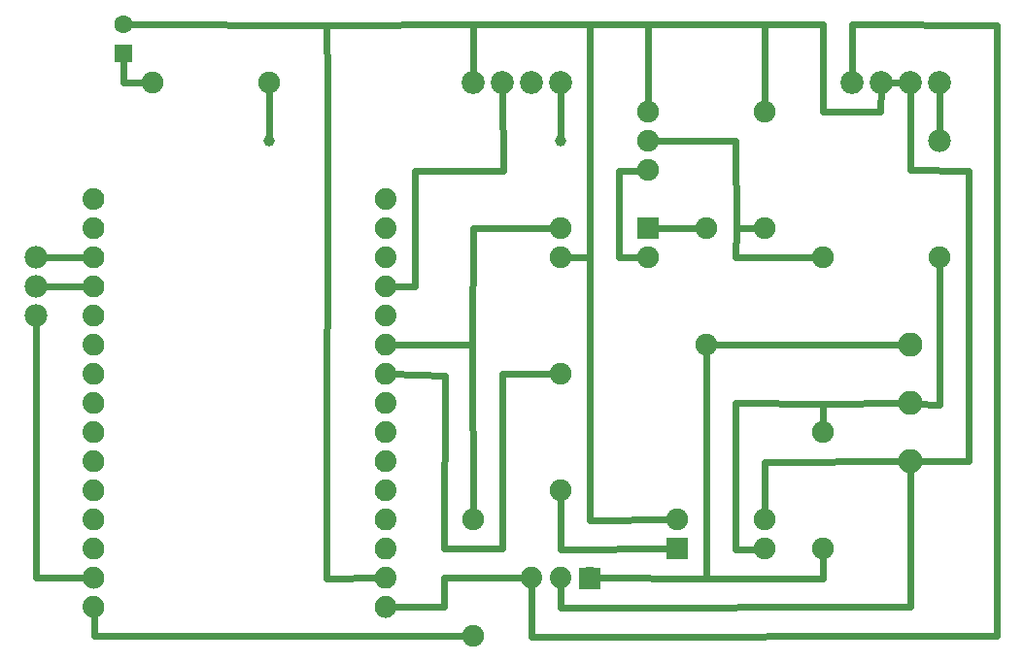
<source format=gtl>
G04 MADE WITH FRITZING*
G04 WWW.FRITZING.ORG*
G04 DOUBLE SIDED*
G04 HOLES PLATED*
G04 CONTOUR ON CENTER OF CONTOUR VECTOR*
%ASAXBY*%
%FSLAX23Y23*%
%MOIN*%
%OFA0B0*%
%SFA1.0B1.0*%
%ADD10C,0.039370*%
%ADD11C,0.074000*%
%ADD12C,0.078000*%
%ADD13C,0.062992*%
%ADD14C,0.074106*%
%ADD15C,0.075000*%
%ADD16C,0.083307*%
%ADD17C,0.079370*%
%ADD18R,0.062992X0.062992*%
%ADD19R,0.075000X0.075000*%
%ADD20C,0.024000*%
%ADD21R,0.001000X0.001000*%
%LNCOPPER1*%
G90*
G70*
G54D10*
X2120Y2106D03*
X1120Y2106D03*
G54D11*
X2220Y606D03*
X2120Y606D03*
X2020Y606D03*
X2220Y606D03*
X2120Y606D03*
X2020Y606D03*
X2220Y606D03*
X2120Y606D03*
X2020Y606D03*
G54D12*
X320Y1706D03*
X320Y1606D03*
X320Y1506D03*
X320Y1706D03*
X320Y1606D03*
X320Y1506D03*
G54D13*
X620Y2407D03*
X620Y2506D03*
X620Y2407D03*
X620Y2506D03*
G54D14*
X518Y506D03*
X518Y606D03*
X518Y706D03*
X518Y806D03*
X518Y906D03*
X518Y1006D03*
X518Y1106D03*
X518Y1207D03*
X518Y1307D03*
X518Y1407D03*
X518Y1507D03*
X518Y1607D03*
X518Y1707D03*
X518Y1807D03*
X518Y1908D03*
X1520Y506D03*
X1520Y606D03*
X1520Y706D03*
X1520Y806D03*
X1520Y906D03*
X1520Y1006D03*
X1520Y1106D03*
X1520Y1207D03*
X1520Y1307D03*
X1520Y1407D03*
X1520Y1507D03*
X1520Y1607D03*
X1520Y1707D03*
X1520Y1807D03*
X1520Y1908D03*
X518Y506D03*
X518Y606D03*
X518Y706D03*
X518Y806D03*
X518Y906D03*
X518Y1006D03*
X518Y1106D03*
X518Y1207D03*
X518Y1307D03*
X518Y1407D03*
X518Y1507D03*
X518Y1607D03*
X518Y1707D03*
X518Y1807D03*
X518Y1908D03*
X1520Y506D03*
X1520Y606D03*
X1520Y706D03*
X1520Y806D03*
X1520Y906D03*
X1520Y1006D03*
X1520Y1106D03*
X1520Y1207D03*
X1520Y1307D03*
X1520Y1407D03*
X1520Y1507D03*
X1520Y1607D03*
X1520Y1707D03*
X1520Y1807D03*
X1520Y1908D03*
G54D15*
X2420Y2206D03*
X2420Y2106D03*
X2420Y2006D03*
X2420Y2206D03*
X2420Y2106D03*
X2420Y2006D03*
G54D12*
X3420Y2106D03*
X3420Y2106D03*
G54D15*
X2820Y1806D03*
X2820Y2206D03*
X2820Y1806D03*
X2820Y2206D03*
X3020Y706D03*
X3020Y1106D03*
X3020Y706D03*
X3020Y1106D03*
X2620Y1406D03*
X2620Y1806D03*
X2620Y1406D03*
X2620Y1806D03*
X1120Y2306D03*
X720Y2306D03*
X1120Y2306D03*
X720Y2306D03*
X3420Y1706D03*
X3020Y1706D03*
X3420Y1706D03*
X3020Y1706D03*
X2520Y706D03*
X2820Y706D03*
X2520Y806D03*
X2820Y806D03*
X2520Y706D03*
X2820Y706D03*
X2520Y806D03*
X2820Y806D03*
X2420Y1806D03*
X2120Y1806D03*
X2420Y1706D03*
X2120Y1706D03*
X2420Y1806D03*
X2120Y1806D03*
X2420Y1706D03*
X2120Y1706D03*
X2120Y906D03*
X2120Y1306D03*
X2120Y906D03*
X2120Y1306D03*
X1820Y406D03*
X1820Y806D03*
X1820Y406D03*
X1820Y806D03*
G54D16*
X3320Y1406D03*
X3320Y1206D03*
X3320Y1006D03*
X3320Y1406D03*
X3320Y1206D03*
X3320Y1006D03*
G54D17*
X2120Y2306D03*
X2020Y2306D03*
X1920Y2306D03*
X1820Y2306D03*
X2120Y2306D03*
X2020Y2306D03*
X1920Y2306D03*
X1820Y2306D03*
X3420Y2306D03*
X3320Y2306D03*
X3220Y2306D03*
X3120Y2306D03*
X3420Y2306D03*
X3320Y2306D03*
X3220Y2306D03*
X3120Y2306D03*
G54D18*
X620Y2407D03*
X620Y2407D03*
G54D19*
X2520Y706D03*
X2520Y706D03*
X2420Y1806D03*
X2420Y1806D03*
G54D20*
X3616Y407D02*
X2022Y405D01*
D02*
X320Y606D02*
X501Y606D01*
D02*
X320Y1487D02*
X320Y606D01*
D02*
X3616Y2504D02*
X3616Y407D01*
D02*
X3120Y2506D02*
X3616Y2504D01*
D02*
X3120Y2325D02*
X3120Y2506D01*
D02*
X2022Y405D02*
X2020Y586D01*
D02*
X1120Y406D02*
X1802Y406D01*
D02*
X520Y406D02*
X519Y488D01*
D02*
X1120Y406D02*
X520Y406D01*
D02*
X1723Y1302D02*
X1537Y1306D01*
D02*
X1720Y706D02*
X1723Y1302D01*
D02*
X1920Y706D02*
X1720Y706D01*
D02*
X1920Y1306D02*
X1920Y706D01*
D02*
X1621Y1607D02*
X1537Y1607D01*
D02*
X2102Y1306D02*
X1920Y1306D01*
D02*
X1621Y2003D02*
X1621Y1607D01*
D02*
X1920Y2286D02*
X1923Y2003D01*
D02*
X1923Y2003D02*
X1621Y2003D01*
D02*
X1817Y1409D02*
X1537Y1407D01*
D02*
X1817Y1409D02*
X1820Y823D01*
D02*
X1821Y1809D02*
X1817Y1409D01*
D02*
X2102Y1806D02*
X1821Y1809D01*
D02*
X3021Y2207D02*
X3216Y2207D01*
D02*
X2820Y2506D02*
X2820Y2223D01*
D02*
X2820Y2506D02*
X3020Y2506D01*
D02*
X2420Y2506D02*
X2420Y2223D01*
D02*
X2219Y2506D02*
X2219Y1707D01*
D02*
X2219Y2506D02*
X2420Y2506D01*
D02*
X3216Y2207D02*
X3219Y2286D01*
D02*
X3020Y2506D02*
X3021Y2207D01*
D02*
X1316Y2504D02*
X1822Y2506D01*
D02*
X2420Y2506D02*
X2820Y2506D01*
D02*
X1822Y2506D02*
X2219Y2506D01*
D02*
X1316Y2504D02*
X636Y2506D01*
D02*
X1502Y606D02*
X1316Y604D01*
D02*
X1320Y2306D02*
X1316Y2504D01*
D02*
X1316Y604D02*
X1320Y2306D01*
D02*
X2719Y2106D02*
X2723Y1808D01*
D02*
X2437Y2106D02*
X2719Y2106D01*
D02*
X2222Y804D02*
X2502Y806D01*
D02*
X2219Y1707D02*
X2222Y804D01*
D02*
X2219Y1707D02*
X2137Y1706D01*
D02*
X1820Y2325D02*
X1822Y2506D01*
D02*
X3020Y605D02*
X3020Y688D01*
D02*
X2621Y605D02*
X3020Y605D01*
D02*
X2620Y1406D02*
X2621Y605D01*
D02*
X3320Y984D02*
X3320Y508D01*
D02*
X2621Y605D02*
X2239Y606D01*
D02*
X2723Y1808D02*
X2802Y1806D01*
D02*
X2719Y1707D02*
X3002Y1706D01*
D02*
X2723Y1808D02*
X2719Y1707D01*
D02*
X2620Y1406D02*
X3298Y1406D01*
D02*
X3020Y1203D02*
X3020Y1123D01*
D02*
X3020Y1203D02*
X2720Y1207D01*
D02*
X3320Y508D02*
X2122Y505D01*
D02*
X2122Y505D02*
X2120Y586D01*
D02*
X3522Y1007D02*
X3341Y1006D01*
D02*
X3522Y1007D02*
X3522Y2005D01*
D02*
X2721Y705D02*
X2802Y705D01*
D02*
X2720Y1207D02*
X2721Y705D01*
D02*
X3298Y1206D02*
X3020Y1203D01*
D02*
X3522Y2005D02*
X3320Y2006D01*
D02*
X2820Y1004D02*
X2820Y823D01*
D02*
X2122Y705D02*
X2120Y888D01*
D02*
X339Y1606D02*
X501Y1607D01*
D02*
X339Y1706D02*
X501Y1707D01*
D02*
X1720Y606D02*
X1720Y506D01*
D02*
X1720Y506D02*
X1537Y506D01*
D02*
X2000Y606D02*
X1720Y606D01*
D02*
X3298Y1006D02*
X2820Y1004D01*
D02*
X2502Y706D02*
X2122Y705D01*
D02*
X3320Y2006D02*
X3320Y2286D01*
D02*
X620Y2306D02*
X620Y2392D01*
D02*
X702Y2306D02*
X620Y2306D01*
D02*
X3420Y2125D02*
X3420Y2286D01*
D02*
X2320Y2004D02*
X2402Y2005D01*
D02*
X2320Y1707D02*
X2402Y1706D01*
D02*
X2320Y2004D02*
X2320Y1707D01*
D02*
X2437Y1806D02*
X2602Y1806D01*
D02*
X3420Y1688D02*
X3421Y1202D01*
D02*
X1120Y2114D02*
X1120Y2288D01*
D02*
X2120Y2114D02*
X2120Y2286D01*
D02*
X3421Y1202D02*
X3341Y1205D01*
D02*
X3239Y2306D02*
X3300Y2306D01*
G54D21*
X514Y1944D02*
X523Y1944D01*
X1516Y1944D02*
X1525Y1944D01*
X510Y1943D02*
X528Y1943D01*
X1511Y1943D02*
X1529Y1943D01*
X507Y1942D02*
X531Y1942D01*
X1508Y1942D02*
X1532Y1942D01*
X504Y1941D02*
X534Y1941D01*
X1506Y1941D02*
X1535Y1941D01*
X502Y1940D02*
X536Y1940D01*
X1504Y1940D02*
X1537Y1940D01*
X500Y1939D02*
X537Y1939D01*
X1502Y1939D02*
X1539Y1939D01*
X499Y1938D02*
X539Y1938D01*
X1500Y1938D02*
X1541Y1938D01*
X497Y1937D02*
X540Y1937D01*
X1499Y1937D02*
X1542Y1937D01*
X496Y1936D02*
X542Y1936D01*
X1497Y1936D02*
X1543Y1936D01*
X495Y1935D02*
X543Y1935D01*
X1496Y1935D02*
X1544Y1935D01*
X494Y1934D02*
X544Y1934D01*
X1495Y1934D02*
X1546Y1934D01*
X493Y1933D02*
X545Y1933D01*
X1494Y1933D02*
X1547Y1933D01*
X492Y1932D02*
X546Y1932D01*
X1493Y1932D02*
X1547Y1932D01*
X491Y1931D02*
X547Y1931D01*
X1492Y1931D02*
X1548Y1931D01*
X490Y1930D02*
X548Y1930D01*
X1492Y1930D02*
X1549Y1930D01*
X489Y1929D02*
X548Y1929D01*
X1491Y1929D02*
X1550Y1929D01*
X489Y1928D02*
X549Y1928D01*
X1490Y1928D02*
X1550Y1928D01*
X488Y1927D02*
X550Y1927D01*
X1490Y1927D02*
X1551Y1927D01*
X487Y1926D02*
X550Y1926D01*
X1489Y1926D02*
X1552Y1926D01*
X487Y1925D02*
X551Y1925D01*
X1488Y1925D02*
X1552Y1925D01*
X486Y1924D02*
X512Y1924D01*
X525Y1924D02*
X551Y1924D01*
X1488Y1924D02*
X1514Y1924D01*
X1527Y1924D02*
X1553Y1924D01*
X486Y1923D02*
X510Y1923D01*
X528Y1923D02*
X552Y1923D01*
X1487Y1923D02*
X1512Y1923D01*
X1529Y1923D02*
X1553Y1923D01*
X485Y1922D02*
X509Y1922D01*
X529Y1922D02*
X552Y1922D01*
X1487Y1922D02*
X1510Y1922D01*
X1531Y1922D02*
X1554Y1922D01*
X485Y1921D02*
X507Y1921D01*
X530Y1921D02*
X553Y1921D01*
X1487Y1921D02*
X1509Y1921D01*
X1532Y1921D02*
X1554Y1921D01*
X485Y1920D02*
X506Y1920D01*
X532Y1920D02*
X553Y1920D01*
X1486Y1920D02*
X1508Y1920D01*
X1533Y1920D02*
X1554Y1920D01*
X484Y1919D02*
X505Y1919D01*
X532Y1919D02*
X553Y1919D01*
X1486Y1919D02*
X1507Y1919D01*
X1534Y1919D02*
X1555Y1919D01*
X484Y1918D02*
X504Y1918D01*
X533Y1918D02*
X554Y1918D01*
X1485Y1918D02*
X1506Y1918D01*
X1535Y1918D02*
X1555Y1918D01*
X484Y1917D02*
X504Y1917D01*
X534Y1917D02*
X554Y1917D01*
X1485Y1917D02*
X1505Y1917D01*
X1536Y1917D02*
X1555Y1917D01*
X483Y1916D02*
X503Y1916D01*
X535Y1916D02*
X554Y1916D01*
X1485Y1916D02*
X1504Y1916D01*
X1536Y1916D02*
X1556Y1916D01*
X483Y1915D02*
X502Y1915D01*
X535Y1915D02*
X554Y1915D01*
X1485Y1915D02*
X1504Y1915D01*
X1537Y1915D02*
X1556Y1915D01*
X483Y1914D02*
X502Y1914D01*
X536Y1914D02*
X555Y1914D01*
X1484Y1914D02*
X1503Y1914D01*
X1537Y1914D02*
X1556Y1914D01*
X483Y1913D02*
X502Y1913D01*
X536Y1913D02*
X555Y1913D01*
X1484Y1913D02*
X1503Y1913D01*
X1537Y1913D02*
X1556Y1913D01*
X483Y1912D02*
X501Y1912D01*
X536Y1912D02*
X555Y1912D01*
X1484Y1912D02*
X1503Y1912D01*
X1538Y1912D02*
X1556Y1912D01*
X483Y1911D02*
X501Y1911D01*
X537Y1911D02*
X555Y1911D01*
X1484Y1911D02*
X1503Y1911D01*
X1538Y1911D02*
X1557Y1911D01*
X482Y1910D02*
X501Y1910D01*
X537Y1910D02*
X555Y1910D01*
X1484Y1910D02*
X1502Y1910D01*
X1538Y1910D02*
X1557Y1910D01*
X482Y1909D02*
X501Y1909D01*
X537Y1909D02*
X555Y1909D01*
X1484Y1909D02*
X1502Y1909D01*
X1538Y1909D02*
X1557Y1909D01*
X482Y1908D02*
X501Y1908D01*
X537Y1908D02*
X555Y1908D01*
X1484Y1908D02*
X1502Y1908D01*
X1538Y1908D02*
X1557Y1908D01*
X482Y1907D02*
X501Y1907D01*
X537Y1907D02*
X555Y1907D01*
X1484Y1907D02*
X1502Y1907D01*
X1538Y1907D02*
X1557Y1907D01*
X482Y1906D02*
X501Y1906D01*
X537Y1906D02*
X555Y1906D01*
X1484Y1906D02*
X1502Y1906D01*
X1538Y1906D02*
X1557Y1906D01*
X482Y1905D02*
X501Y1905D01*
X537Y1905D02*
X555Y1905D01*
X1484Y1905D02*
X1502Y1905D01*
X1538Y1905D02*
X1557Y1905D01*
X483Y1904D02*
X501Y1904D01*
X537Y1904D02*
X555Y1904D01*
X1484Y1904D02*
X1503Y1904D01*
X1538Y1904D02*
X1557Y1904D01*
X483Y1903D02*
X501Y1903D01*
X536Y1903D02*
X555Y1903D01*
X1484Y1903D02*
X1503Y1903D01*
X1538Y1903D02*
X1556Y1903D01*
X483Y1902D02*
X502Y1902D01*
X536Y1902D02*
X555Y1902D01*
X1484Y1902D02*
X1503Y1902D01*
X1538Y1902D02*
X1556Y1902D01*
X483Y1901D02*
X502Y1901D01*
X536Y1901D02*
X555Y1901D01*
X1484Y1901D02*
X1503Y1901D01*
X1537Y1901D02*
X1556Y1901D01*
X483Y1900D02*
X502Y1900D01*
X535Y1900D02*
X555Y1900D01*
X1485Y1900D02*
X1504Y1900D01*
X1537Y1900D02*
X1556Y1900D01*
X483Y1899D02*
X503Y1899D01*
X535Y1899D02*
X554Y1899D01*
X1485Y1899D02*
X1504Y1899D01*
X1536Y1899D02*
X1556Y1899D01*
X484Y1898D02*
X503Y1898D01*
X534Y1898D02*
X554Y1898D01*
X1485Y1898D02*
X1505Y1898D01*
X1536Y1898D02*
X1555Y1898D01*
X484Y1897D02*
X504Y1897D01*
X533Y1897D02*
X554Y1897D01*
X1485Y1897D02*
X1506Y1897D01*
X1535Y1897D02*
X1555Y1897D01*
X484Y1896D02*
X505Y1896D01*
X533Y1896D02*
X553Y1896D01*
X1486Y1896D02*
X1507Y1896D01*
X1534Y1896D02*
X1555Y1896D01*
X485Y1895D02*
X506Y1895D01*
X532Y1895D02*
X553Y1895D01*
X1486Y1895D02*
X1507Y1895D01*
X1533Y1895D02*
X1554Y1895D01*
X485Y1894D02*
X507Y1894D01*
X531Y1894D02*
X553Y1894D01*
X1486Y1894D02*
X1509Y1894D01*
X1532Y1894D02*
X1554Y1894D01*
X485Y1893D02*
X508Y1893D01*
X529Y1893D02*
X552Y1893D01*
X1487Y1893D02*
X1510Y1893D01*
X1531Y1893D02*
X1554Y1893D01*
X486Y1892D02*
X510Y1892D01*
X528Y1892D02*
X552Y1892D01*
X1487Y1892D02*
X1511Y1892D01*
X1529Y1892D02*
X1553Y1892D01*
X486Y1891D02*
X512Y1891D01*
X526Y1891D02*
X551Y1891D01*
X1488Y1891D02*
X1513Y1891D01*
X1527Y1891D02*
X1553Y1891D01*
X487Y1890D02*
X517Y1890D01*
X521Y1890D02*
X551Y1890D01*
X1488Y1890D02*
X1519Y1890D01*
X1522Y1890D02*
X1552Y1890D01*
X487Y1889D02*
X550Y1889D01*
X1489Y1889D02*
X1552Y1889D01*
X488Y1888D02*
X550Y1888D01*
X1489Y1888D02*
X1551Y1888D01*
X489Y1887D02*
X549Y1887D01*
X1490Y1887D02*
X1551Y1887D01*
X489Y1886D02*
X548Y1886D01*
X1491Y1886D02*
X1550Y1886D01*
X490Y1885D02*
X548Y1885D01*
X1491Y1885D02*
X1549Y1885D01*
X491Y1884D02*
X547Y1884D01*
X1492Y1884D02*
X1548Y1884D01*
X492Y1883D02*
X546Y1883D01*
X1493Y1883D02*
X1548Y1883D01*
X492Y1882D02*
X545Y1882D01*
X1494Y1882D02*
X1547Y1882D01*
X493Y1881D02*
X544Y1881D01*
X1495Y1881D02*
X1546Y1881D01*
X495Y1880D02*
X543Y1880D01*
X1496Y1880D02*
X1545Y1880D01*
X496Y1879D02*
X542Y1879D01*
X1497Y1879D02*
X1543Y1879D01*
X497Y1878D02*
X541Y1878D01*
X1498Y1878D02*
X1542Y1878D01*
X498Y1877D02*
X539Y1877D01*
X1500Y1877D02*
X1541Y1877D01*
X500Y1876D02*
X538Y1876D01*
X1502Y1876D02*
X1539Y1876D01*
X502Y1875D02*
X536Y1875D01*
X1503Y1875D02*
X1537Y1875D01*
X504Y1874D02*
X534Y1874D01*
X1505Y1874D02*
X1535Y1874D01*
X506Y1873D02*
X531Y1873D01*
X1508Y1873D02*
X1533Y1873D01*
X509Y1872D02*
X529Y1872D01*
X1511Y1872D02*
X1530Y1872D01*
X513Y1871D02*
X524Y1871D01*
X1515Y1871D02*
X1526Y1871D01*
X515Y1844D02*
X523Y1844D01*
X1516Y1844D02*
X1524Y1844D01*
X510Y1843D02*
X528Y1843D01*
X1511Y1843D02*
X1529Y1843D01*
X507Y1842D02*
X531Y1842D01*
X1508Y1842D02*
X1532Y1842D01*
X504Y1841D02*
X533Y1841D01*
X1506Y1841D02*
X1535Y1841D01*
X502Y1840D02*
X535Y1840D01*
X1504Y1840D02*
X1537Y1840D01*
X500Y1839D02*
X537Y1839D01*
X1502Y1839D02*
X1539Y1839D01*
X499Y1838D02*
X539Y1838D01*
X1500Y1838D02*
X1540Y1838D01*
X497Y1837D02*
X540Y1837D01*
X1499Y1837D02*
X1542Y1837D01*
X496Y1836D02*
X542Y1836D01*
X1497Y1836D02*
X1543Y1836D01*
X495Y1835D02*
X543Y1835D01*
X1496Y1835D02*
X1544Y1835D01*
X494Y1834D02*
X544Y1834D01*
X1495Y1834D02*
X1545Y1834D01*
X493Y1833D02*
X545Y1833D01*
X1494Y1833D02*
X1546Y1833D01*
X492Y1832D02*
X546Y1832D01*
X1493Y1832D02*
X1547Y1832D01*
X491Y1831D02*
X547Y1831D01*
X1492Y1831D02*
X1548Y1831D01*
X490Y1830D02*
X548Y1830D01*
X1492Y1830D02*
X1549Y1830D01*
X489Y1829D02*
X548Y1829D01*
X1491Y1829D02*
X1550Y1829D01*
X489Y1828D02*
X549Y1828D01*
X1490Y1828D02*
X1550Y1828D01*
X488Y1827D02*
X550Y1827D01*
X1490Y1827D02*
X1551Y1827D01*
X488Y1826D02*
X550Y1826D01*
X1489Y1826D02*
X1552Y1826D01*
X487Y1825D02*
X551Y1825D01*
X1488Y1825D02*
X1552Y1825D01*
X486Y1824D02*
X513Y1824D01*
X525Y1824D02*
X551Y1824D01*
X1488Y1824D02*
X1514Y1824D01*
X1526Y1824D02*
X1553Y1824D01*
X486Y1823D02*
X510Y1823D01*
X527Y1823D02*
X552Y1823D01*
X1487Y1823D02*
X1512Y1823D01*
X1529Y1823D02*
X1553Y1823D01*
X486Y1822D02*
X509Y1822D01*
X529Y1822D02*
X552Y1822D01*
X1487Y1822D02*
X1510Y1822D01*
X1531Y1822D02*
X1554Y1822D01*
X485Y1821D02*
X507Y1821D01*
X530Y1821D02*
X553Y1821D01*
X1487Y1821D02*
X1509Y1821D01*
X1532Y1821D02*
X1554Y1821D01*
X485Y1820D02*
X506Y1820D01*
X531Y1820D02*
X553Y1820D01*
X1486Y1820D02*
X1508Y1820D01*
X1533Y1820D02*
X1554Y1820D01*
X484Y1819D02*
X505Y1819D01*
X532Y1819D02*
X553Y1819D01*
X1486Y1819D02*
X1507Y1819D01*
X1534Y1819D02*
X1555Y1819D01*
X484Y1818D02*
X504Y1818D01*
X533Y1818D02*
X554Y1818D01*
X1485Y1818D02*
X1506Y1818D01*
X1535Y1818D02*
X1555Y1818D01*
X484Y1817D02*
X504Y1817D01*
X534Y1817D02*
X554Y1817D01*
X1485Y1817D02*
X1505Y1817D01*
X1535Y1817D02*
X1555Y1817D01*
X483Y1816D02*
X503Y1816D01*
X535Y1816D02*
X554Y1816D01*
X1485Y1816D02*
X1504Y1816D01*
X1536Y1816D02*
X1556Y1816D01*
X483Y1815D02*
X502Y1815D01*
X535Y1815D02*
X554Y1815D01*
X1485Y1815D02*
X1504Y1815D01*
X1537Y1815D02*
X1556Y1815D01*
X483Y1814D02*
X502Y1814D01*
X536Y1814D02*
X555Y1814D01*
X1484Y1814D02*
X1503Y1814D01*
X1537Y1814D02*
X1556Y1814D01*
X483Y1813D02*
X502Y1813D01*
X536Y1813D02*
X555Y1813D01*
X1484Y1813D02*
X1503Y1813D01*
X1537Y1813D02*
X1556Y1813D01*
X483Y1812D02*
X501Y1812D01*
X536Y1812D02*
X555Y1812D01*
X1484Y1812D02*
X1503Y1812D01*
X1538Y1812D02*
X1556Y1812D01*
X483Y1811D02*
X501Y1811D01*
X537Y1811D02*
X555Y1811D01*
X1484Y1811D02*
X1503Y1811D01*
X1538Y1811D02*
X1557Y1811D01*
X482Y1810D02*
X501Y1810D01*
X537Y1810D02*
X555Y1810D01*
X1484Y1810D02*
X1502Y1810D01*
X1538Y1810D02*
X1557Y1810D01*
X482Y1809D02*
X501Y1809D01*
X537Y1809D02*
X555Y1809D01*
X1484Y1809D02*
X1502Y1809D01*
X1538Y1809D02*
X1557Y1809D01*
X482Y1808D02*
X501Y1808D01*
X537Y1808D02*
X555Y1808D01*
X1484Y1808D02*
X1502Y1808D01*
X1538Y1808D02*
X1557Y1808D01*
X482Y1807D02*
X501Y1807D01*
X537Y1807D02*
X555Y1807D01*
X1484Y1807D02*
X1502Y1807D01*
X1538Y1807D02*
X1557Y1807D01*
X482Y1806D02*
X501Y1806D01*
X537Y1806D02*
X555Y1806D01*
X1484Y1806D02*
X1502Y1806D01*
X1538Y1806D02*
X1557Y1806D01*
X482Y1805D02*
X501Y1805D01*
X537Y1805D02*
X555Y1805D01*
X1484Y1805D02*
X1502Y1805D01*
X1538Y1805D02*
X1557Y1805D01*
X482Y1804D02*
X501Y1804D01*
X537Y1804D02*
X555Y1804D01*
X1484Y1804D02*
X1503Y1804D01*
X1538Y1804D02*
X1557Y1804D01*
X483Y1803D02*
X501Y1803D01*
X536Y1803D02*
X555Y1803D01*
X1484Y1803D02*
X1503Y1803D01*
X1538Y1803D02*
X1557Y1803D01*
X483Y1802D02*
X502Y1802D01*
X536Y1802D02*
X555Y1802D01*
X1484Y1802D02*
X1503Y1802D01*
X1538Y1802D02*
X1556Y1802D01*
X483Y1801D02*
X502Y1801D01*
X536Y1801D02*
X555Y1801D01*
X1484Y1801D02*
X1503Y1801D01*
X1537Y1801D02*
X1556Y1801D01*
X483Y1800D02*
X502Y1800D01*
X535Y1800D02*
X555Y1800D01*
X1485Y1800D02*
X1504Y1800D01*
X1537Y1800D02*
X1556Y1800D01*
X483Y1799D02*
X503Y1799D01*
X535Y1799D02*
X554Y1799D01*
X1485Y1799D02*
X1504Y1799D01*
X1536Y1799D02*
X1556Y1799D01*
X484Y1798D02*
X503Y1798D01*
X534Y1798D02*
X554Y1798D01*
X1485Y1798D02*
X1505Y1798D01*
X1536Y1798D02*
X1555Y1798D01*
X484Y1797D02*
X504Y1797D01*
X534Y1797D02*
X554Y1797D01*
X1485Y1797D02*
X1506Y1797D01*
X1535Y1797D02*
X1555Y1797D01*
X484Y1796D02*
X505Y1796D01*
X533Y1796D02*
X553Y1796D01*
X1486Y1796D02*
X1506Y1796D01*
X1534Y1796D02*
X1555Y1796D01*
X485Y1795D02*
X506Y1795D01*
X532Y1795D02*
X553Y1795D01*
X1486Y1795D02*
X1507Y1795D01*
X1533Y1795D02*
X1555Y1795D01*
X485Y1794D02*
X507Y1794D01*
X531Y1794D02*
X553Y1794D01*
X1486Y1794D02*
X1508Y1794D01*
X1532Y1794D02*
X1554Y1794D01*
X485Y1793D02*
X508Y1793D01*
X530Y1793D02*
X552Y1793D01*
X1487Y1793D02*
X1510Y1793D01*
X1531Y1793D02*
X1554Y1793D01*
X486Y1792D02*
X510Y1792D01*
X528Y1792D02*
X552Y1792D01*
X1487Y1792D02*
X1511Y1792D01*
X1529Y1792D02*
X1553Y1792D01*
X486Y1791D02*
X512Y1791D01*
X526Y1791D02*
X551Y1791D01*
X1488Y1791D02*
X1513Y1791D01*
X1528Y1791D02*
X1553Y1791D01*
X487Y1790D02*
X516Y1790D01*
X522Y1790D02*
X551Y1790D01*
X1488Y1790D02*
X1517Y1790D01*
X1523Y1790D02*
X1552Y1790D01*
X487Y1789D02*
X550Y1789D01*
X1489Y1789D02*
X1552Y1789D01*
X488Y1788D02*
X550Y1788D01*
X1489Y1788D02*
X1551Y1788D01*
X489Y1787D02*
X549Y1787D01*
X1490Y1787D02*
X1551Y1787D01*
X489Y1786D02*
X549Y1786D01*
X1491Y1786D02*
X1550Y1786D01*
X490Y1785D02*
X548Y1785D01*
X1491Y1785D02*
X1549Y1785D01*
X491Y1784D02*
X547Y1784D01*
X1492Y1784D02*
X1548Y1784D01*
X491Y1783D02*
X546Y1783D01*
X1493Y1783D02*
X1548Y1783D01*
X492Y1782D02*
X545Y1782D01*
X1494Y1782D02*
X1547Y1782D01*
X493Y1781D02*
X544Y1781D01*
X1495Y1781D02*
X1546Y1781D01*
X494Y1780D02*
X543Y1780D01*
X1496Y1780D02*
X1545Y1780D01*
X496Y1779D02*
X542Y1779D01*
X1497Y1779D02*
X1544Y1779D01*
X497Y1778D02*
X541Y1778D01*
X1498Y1778D02*
X1542Y1778D01*
X498Y1777D02*
X539Y1777D01*
X1500Y1777D02*
X1541Y1777D01*
X500Y1776D02*
X538Y1776D01*
X1501Y1776D02*
X1539Y1776D01*
X502Y1775D02*
X536Y1775D01*
X1503Y1775D02*
X1538Y1775D01*
X504Y1774D02*
X534Y1774D01*
X1505Y1774D02*
X1535Y1774D01*
X506Y1773D02*
X532Y1773D01*
X1507Y1773D02*
X1533Y1773D01*
X509Y1772D02*
X529Y1772D01*
X1510Y1772D02*
X1530Y1772D01*
X513Y1771D02*
X525Y1771D01*
X1514Y1771D02*
X1526Y1771D01*
X516Y1744D02*
X522Y1744D01*
X1517Y1744D02*
X1524Y1744D01*
X510Y1743D02*
X527Y1743D01*
X1512Y1743D02*
X1529Y1743D01*
X507Y1742D02*
X530Y1742D01*
X1509Y1742D02*
X1532Y1742D01*
X505Y1741D02*
X533Y1741D01*
X1506Y1741D02*
X1534Y1741D01*
X503Y1740D02*
X535Y1740D01*
X1504Y1740D02*
X1537Y1740D01*
X501Y1739D02*
X537Y1739D01*
X1502Y1739D02*
X1538Y1739D01*
X499Y1738D02*
X539Y1738D01*
X1500Y1738D02*
X1540Y1738D01*
X498Y1737D02*
X540Y1737D01*
X1499Y1737D02*
X1542Y1737D01*
X496Y1736D02*
X542Y1736D01*
X1498Y1736D02*
X1543Y1736D01*
X495Y1735D02*
X543Y1735D01*
X1496Y1735D02*
X1544Y1735D01*
X494Y1734D02*
X544Y1734D01*
X1495Y1734D02*
X1545Y1734D01*
X493Y1733D02*
X545Y1733D01*
X1494Y1733D02*
X1546Y1733D01*
X492Y1732D02*
X546Y1732D01*
X1493Y1732D02*
X1547Y1732D01*
X491Y1731D02*
X547Y1731D01*
X1492Y1731D02*
X1548Y1731D01*
X490Y1730D02*
X547Y1730D01*
X1492Y1730D02*
X1549Y1730D01*
X490Y1729D02*
X548Y1729D01*
X1491Y1729D02*
X1550Y1729D01*
X489Y1728D02*
X549Y1728D01*
X1490Y1728D02*
X1550Y1728D01*
X488Y1727D02*
X549Y1727D01*
X1490Y1727D02*
X1551Y1727D01*
X488Y1726D02*
X550Y1726D01*
X1489Y1726D02*
X1552Y1726D01*
X487Y1725D02*
X551Y1725D01*
X1488Y1725D02*
X1552Y1725D01*
X487Y1724D02*
X513Y1724D01*
X525Y1724D02*
X551Y1724D01*
X1488Y1724D02*
X1515Y1724D01*
X1526Y1724D02*
X1553Y1724D01*
X486Y1723D02*
X511Y1723D01*
X527Y1723D02*
X552Y1723D01*
X1488Y1723D02*
X1512Y1723D01*
X1529Y1723D02*
X1553Y1723D01*
X486Y1722D02*
X509Y1722D01*
X529Y1722D02*
X552Y1722D01*
X1487Y1722D02*
X1510Y1722D01*
X1530Y1722D02*
X1554Y1722D01*
X485Y1721D02*
X508Y1721D01*
X530Y1721D02*
X553Y1721D01*
X1487Y1721D02*
X1509Y1721D01*
X1532Y1721D02*
X1554Y1721D01*
X485Y1720D02*
X506Y1720D01*
X531Y1720D02*
X553Y1720D01*
X1486Y1720D02*
X1508Y1720D01*
X1533Y1720D02*
X1554Y1720D01*
X484Y1719D02*
X505Y1719D01*
X532Y1719D02*
X553Y1719D01*
X1486Y1719D02*
X1507Y1719D01*
X1534Y1719D02*
X1555Y1719D01*
X484Y1718D02*
X505Y1718D01*
X533Y1718D02*
X554Y1718D01*
X1486Y1718D02*
X1506Y1718D01*
X1535Y1718D02*
X1555Y1718D01*
X484Y1717D02*
X504Y1717D01*
X534Y1717D02*
X554Y1717D01*
X1485Y1717D02*
X1505Y1717D01*
X1535Y1717D02*
X1555Y1717D01*
X484Y1716D02*
X503Y1716D01*
X535Y1716D02*
X554Y1716D01*
X1485Y1716D02*
X1505Y1716D01*
X1536Y1716D02*
X1556Y1716D01*
X483Y1715D02*
X503Y1715D01*
X535Y1715D02*
X554Y1715D01*
X1485Y1715D02*
X1504Y1715D01*
X1537Y1715D02*
X1556Y1715D01*
X483Y1714D02*
X502Y1714D01*
X536Y1714D02*
X555Y1714D01*
X1484Y1714D02*
X1503Y1714D01*
X1537Y1714D02*
X1556Y1714D01*
X483Y1713D02*
X502Y1713D01*
X536Y1713D02*
X555Y1713D01*
X1484Y1713D02*
X1503Y1713D01*
X1537Y1713D02*
X1556Y1713D01*
X483Y1712D02*
X501Y1712D01*
X536Y1712D02*
X555Y1712D01*
X1484Y1712D02*
X1503Y1712D01*
X1538Y1712D02*
X1556Y1712D01*
X483Y1711D02*
X501Y1711D01*
X537Y1711D02*
X555Y1711D01*
X1484Y1711D02*
X1503Y1711D01*
X1538Y1711D02*
X1557Y1711D01*
X482Y1710D02*
X501Y1710D01*
X537Y1710D02*
X555Y1710D01*
X1484Y1710D02*
X1502Y1710D01*
X1538Y1710D02*
X1557Y1710D01*
X482Y1709D02*
X501Y1709D01*
X537Y1709D02*
X555Y1709D01*
X1484Y1709D02*
X1502Y1709D01*
X1538Y1709D02*
X1557Y1709D01*
X482Y1708D02*
X501Y1708D01*
X537Y1708D02*
X555Y1708D01*
X1484Y1708D02*
X1502Y1708D01*
X1538Y1708D02*
X1557Y1708D01*
X482Y1707D02*
X501Y1707D01*
X537Y1707D02*
X555Y1707D01*
X1484Y1707D02*
X1502Y1707D01*
X1538Y1707D02*
X1557Y1707D01*
X482Y1706D02*
X501Y1706D01*
X537Y1706D02*
X555Y1706D01*
X1484Y1706D02*
X1502Y1706D01*
X1538Y1706D02*
X1557Y1706D01*
X482Y1705D02*
X501Y1705D01*
X537Y1705D02*
X555Y1705D01*
X1484Y1705D02*
X1502Y1705D01*
X1538Y1705D02*
X1557Y1705D01*
X482Y1704D02*
X501Y1704D01*
X537Y1704D02*
X555Y1704D01*
X1484Y1704D02*
X1503Y1704D01*
X1538Y1704D02*
X1557Y1704D01*
X483Y1703D02*
X501Y1703D01*
X536Y1703D02*
X555Y1703D01*
X1484Y1703D02*
X1503Y1703D01*
X1538Y1703D02*
X1557Y1703D01*
X483Y1702D02*
X502Y1702D01*
X536Y1702D02*
X555Y1702D01*
X1484Y1702D02*
X1503Y1702D01*
X1538Y1702D02*
X1556Y1702D01*
X483Y1701D02*
X502Y1701D01*
X536Y1701D02*
X555Y1701D01*
X1484Y1701D02*
X1503Y1701D01*
X1537Y1701D02*
X1556Y1701D01*
X483Y1700D02*
X502Y1700D01*
X535Y1700D02*
X555Y1700D01*
X1485Y1700D02*
X1504Y1700D01*
X1537Y1700D02*
X1556Y1700D01*
X483Y1699D02*
X503Y1699D01*
X535Y1699D02*
X554Y1699D01*
X1485Y1699D02*
X1504Y1699D01*
X1536Y1699D02*
X1556Y1699D01*
X484Y1698D02*
X503Y1698D01*
X534Y1698D02*
X554Y1698D01*
X1485Y1698D02*
X1505Y1698D01*
X1536Y1698D02*
X1555Y1698D01*
X484Y1697D02*
X504Y1697D01*
X534Y1697D02*
X554Y1697D01*
X1485Y1697D02*
X1506Y1697D01*
X1535Y1697D02*
X1555Y1697D01*
X484Y1696D02*
X505Y1696D01*
X533Y1696D02*
X553Y1696D01*
X1486Y1696D02*
X1506Y1696D01*
X1534Y1696D02*
X1555Y1696D01*
X485Y1695D02*
X506Y1695D01*
X532Y1695D02*
X553Y1695D01*
X1486Y1695D02*
X1507Y1695D01*
X1533Y1695D02*
X1555Y1695D01*
X485Y1694D02*
X507Y1694D01*
X531Y1694D02*
X553Y1694D01*
X1486Y1694D02*
X1508Y1694D01*
X1532Y1694D02*
X1554Y1694D01*
X485Y1693D02*
X508Y1693D01*
X530Y1693D02*
X552Y1693D01*
X1487Y1693D02*
X1509Y1693D01*
X1531Y1693D02*
X1554Y1693D01*
X486Y1692D02*
X510Y1692D01*
X528Y1692D02*
X552Y1692D01*
X1487Y1692D02*
X1511Y1692D01*
X1530Y1692D02*
X1553Y1692D01*
X486Y1691D02*
X511Y1691D01*
X526Y1691D02*
X551Y1691D01*
X1488Y1691D02*
X1513Y1691D01*
X1528Y1691D02*
X1553Y1691D01*
X487Y1690D02*
X515Y1690D01*
X523Y1690D02*
X551Y1690D01*
X1488Y1690D02*
X1516Y1690D01*
X1525Y1690D02*
X1552Y1690D01*
X487Y1689D02*
X550Y1689D01*
X1489Y1689D02*
X1552Y1689D01*
X488Y1688D02*
X550Y1688D01*
X1489Y1688D02*
X1551Y1688D01*
X488Y1687D02*
X549Y1687D01*
X1490Y1687D02*
X1551Y1687D01*
X489Y1686D02*
X549Y1686D01*
X1491Y1686D02*
X1550Y1686D01*
X490Y1685D02*
X548Y1685D01*
X1491Y1685D02*
X1549Y1685D01*
X491Y1684D02*
X547Y1684D01*
X1492Y1684D02*
X1549Y1684D01*
X491Y1683D02*
X546Y1683D01*
X1493Y1683D02*
X1548Y1683D01*
X492Y1682D02*
X545Y1682D01*
X1494Y1682D02*
X1547Y1682D01*
X493Y1681D02*
X545Y1681D01*
X1495Y1681D02*
X1546Y1681D01*
X494Y1680D02*
X543Y1680D01*
X1496Y1680D02*
X1545Y1680D01*
X495Y1679D02*
X542Y1679D01*
X1497Y1679D02*
X1544Y1679D01*
X497Y1678D02*
X541Y1678D01*
X1498Y1678D02*
X1542Y1678D01*
X498Y1677D02*
X540Y1677D01*
X1500Y1677D02*
X1541Y1677D01*
X500Y1676D02*
X538Y1676D01*
X1501Y1676D02*
X1539Y1676D01*
X501Y1675D02*
X536Y1675D01*
X1503Y1675D02*
X1538Y1675D01*
X503Y1674D02*
X534Y1674D01*
X1505Y1674D02*
X1536Y1674D01*
X506Y1673D02*
X532Y1673D01*
X1507Y1673D02*
X1533Y1673D01*
X508Y1672D02*
X529Y1672D01*
X1510Y1672D02*
X1531Y1672D01*
X512Y1671D02*
X526Y1671D01*
X1514Y1671D02*
X1527Y1671D01*
X517Y1644D02*
X521Y1644D01*
X1518Y1644D02*
X1522Y1644D01*
X511Y1643D02*
X527Y1643D01*
X1512Y1643D02*
X1528Y1643D01*
X508Y1642D02*
X530Y1642D01*
X1509Y1642D02*
X1532Y1642D01*
X505Y1641D02*
X533Y1641D01*
X1506Y1641D02*
X1534Y1641D01*
X503Y1640D02*
X535Y1640D01*
X1504Y1640D02*
X1536Y1640D01*
X501Y1639D02*
X537Y1639D01*
X1502Y1639D02*
X1538Y1639D01*
X499Y1638D02*
X539Y1638D01*
X1501Y1638D02*
X1540Y1638D01*
X498Y1637D02*
X540Y1637D01*
X1499Y1637D02*
X1541Y1637D01*
X496Y1636D02*
X541Y1636D01*
X1498Y1636D02*
X1543Y1636D01*
X495Y1635D02*
X543Y1635D01*
X1497Y1635D02*
X1544Y1635D01*
X494Y1634D02*
X544Y1634D01*
X1495Y1634D02*
X1545Y1634D01*
X493Y1633D02*
X545Y1633D01*
X1494Y1633D02*
X1546Y1633D01*
X492Y1632D02*
X546Y1632D01*
X1493Y1632D02*
X1547Y1632D01*
X491Y1631D02*
X547Y1631D01*
X1493Y1631D02*
X1548Y1631D01*
X490Y1630D02*
X547Y1630D01*
X1492Y1630D02*
X1549Y1630D01*
X490Y1629D02*
X548Y1629D01*
X1491Y1629D02*
X1550Y1629D01*
X489Y1628D02*
X549Y1628D01*
X1490Y1628D02*
X1550Y1628D01*
X488Y1627D02*
X549Y1627D01*
X1490Y1627D02*
X1551Y1627D01*
X488Y1626D02*
X550Y1626D01*
X1489Y1626D02*
X1551Y1626D01*
X487Y1625D02*
X551Y1625D01*
X1489Y1625D02*
X1552Y1625D01*
X487Y1624D02*
X513Y1624D01*
X524Y1624D02*
X551Y1624D01*
X1488Y1624D02*
X1515Y1624D01*
X1526Y1624D02*
X1553Y1624D01*
X486Y1623D02*
X511Y1623D01*
X527Y1623D02*
X552Y1623D01*
X1488Y1623D02*
X1512Y1623D01*
X1528Y1623D02*
X1553Y1623D01*
X486Y1622D02*
X509Y1622D01*
X529Y1622D02*
X552Y1622D01*
X1487Y1622D02*
X1510Y1622D01*
X1530Y1622D02*
X1553Y1622D01*
X485Y1621D02*
X508Y1621D01*
X530Y1621D02*
X552Y1621D01*
X1487Y1621D02*
X1509Y1621D01*
X1531Y1621D02*
X1554Y1621D01*
X485Y1620D02*
X507Y1620D01*
X531Y1620D02*
X553Y1620D01*
X1486Y1620D02*
X1508Y1620D01*
X1533Y1620D02*
X1554Y1620D01*
X484Y1619D02*
X506Y1619D01*
X532Y1619D02*
X553Y1619D01*
X1486Y1619D02*
X1507Y1619D01*
X1534Y1619D02*
X1555Y1619D01*
X484Y1618D02*
X505Y1618D01*
X533Y1618D02*
X554Y1618D01*
X1486Y1618D02*
X1506Y1618D01*
X1534Y1618D02*
X1555Y1618D01*
X484Y1617D02*
X504Y1617D01*
X534Y1617D02*
X554Y1617D01*
X1485Y1617D02*
X1505Y1617D01*
X1535Y1617D02*
X1555Y1617D01*
X484Y1616D02*
X503Y1616D01*
X535Y1616D02*
X554Y1616D01*
X1485Y1616D02*
X1505Y1616D01*
X1536Y1616D02*
X1556Y1616D01*
X483Y1615D02*
X503Y1615D01*
X535Y1615D02*
X554Y1615D01*
X1485Y1615D02*
X1504Y1615D01*
X1537Y1615D02*
X1556Y1615D01*
X483Y1614D02*
X502Y1614D01*
X536Y1614D02*
X555Y1614D01*
X1484Y1614D02*
X1504Y1614D01*
X1537Y1614D02*
X1556Y1614D01*
X483Y1613D02*
X502Y1613D01*
X536Y1613D02*
X555Y1613D01*
X1484Y1613D02*
X1503Y1613D01*
X1537Y1613D02*
X1556Y1613D01*
X483Y1612D02*
X501Y1612D01*
X536Y1612D02*
X555Y1612D01*
X1484Y1612D02*
X1503Y1612D01*
X1538Y1612D02*
X1556Y1612D01*
X483Y1611D02*
X501Y1611D01*
X537Y1611D02*
X555Y1611D01*
X1484Y1611D02*
X1503Y1611D01*
X1538Y1611D02*
X1557Y1611D01*
X482Y1610D02*
X501Y1610D01*
X537Y1610D02*
X555Y1610D01*
X1484Y1610D02*
X1502Y1610D01*
X1538Y1610D02*
X1557Y1610D01*
X482Y1609D02*
X501Y1609D01*
X537Y1609D02*
X555Y1609D01*
X1484Y1609D02*
X1502Y1609D01*
X1538Y1609D02*
X1557Y1609D01*
X482Y1608D02*
X501Y1608D01*
X537Y1608D02*
X555Y1608D01*
X1484Y1608D02*
X1502Y1608D01*
X1538Y1608D02*
X1557Y1608D01*
X482Y1607D02*
X501Y1607D01*
X537Y1607D02*
X555Y1607D01*
X1484Y1607D02*
X1502Y1607D01*
X1538Y1607D02*
X1557Y1607D01*
X482Y1606D02*
X501Y1606D01*
X537Y1606D02*
X555Y1606D01*
X1484Y1606D02*
X1502Y1606D01*
X1538Y1606D02*
X1557Y1606D01*
X482Y1605D02*
X501Y1605D01*
X537Y1605D02*
X555Y1605D01*
X1484Y1605D02*
X1502Y1605D01*
X1538Y1605D02*
X1557Y1605D01*
X482Y1604D02*
X501Y1604D01*
X537Y1604D02*
X555Y1604D01*
X1484Y1604D02*
X1502Y1604D01*
X1538Y1604D02*
X1557Y1604D01*
X483Y1603D02*
X501Y1603D01*
X536Y1603D02*
X555Y1603D01*
X1484Y1603D02*
X1503Y1603D01*
X1538Y1603D02*
X1557Y1603D01*
X483Y1602D02*
X502Y1602D01*
X536Y1602D02*
X555Y1602D01*
X1484Y1602D02*
X1503Y1602D01*
X1538Y1602D02*
X1556Y1602D01*
X483Y1601D02*
X502Y1601D01*
X536Y1601D02*
X555Y1601D01*
X1484Y1601D02*
X1503Y1601D01*
X1537Y1601D02*
X1556Y1601D01*
X483Y1600D02*
X502Y1600D01*
X536Y1600D02*
X555Y1600D01*
X1485Y1600D02*
X1504Y1600D01*
X1537Y1600D02*
X1556Y1600D01*
X483Y1599D02*
X503Y1599D01*
X535Y1599D02*
X554Y1599D01*
X1485Y1599D02*
X1504Y1599D01*
X1536Y1599D02*
X1556Y1599D01*
X484Y1598D02*
X503Y1598D01*
X534Y1598D02*
X554Y1598D01*
X1485Y1598D02*
X1505Y1598D01*
X1536Y1598D02*
X1556Y1598D01*
X484Y1597D02*
X504Y1597D01*
X534Y1597D02*
X554Y1597D01*
X1485Y1597D02*
X1505Y1597D01*
X1535Y1597D02*
X1555Y1597D01*
X484Y1596D02*
X505Y1596D01*
X533Y1596D02*
X554Y1596D01*
X1486Y1596D02*
X1506Y1596D01*
X1534Y1596D02*
X1555Y1596D01*
X485Y1595D02*
X506Y1595D01*
X532Y1595D02*
X553Y1595D01*
X1486Y1595D02*
X1507Y1595D01*
X1533Y1595D02*
X1555Y1595D01*
X485Y1594D02*
X507Y1594D01*
X531Y1594D02*
X553Y1594D01*
X1486Y1594D02*
X1508Y1594D01*
X1532Y1594D02*
X1554Y1594D01*
X485Y1593D02*
X508Y1593D01*
X530Y1593D02*
X552Y1593D01*
X1487Y1593D02*
X1509Y1593D01*
X1531Y1593D02*
X1554Y1593D01*
X486Y1592D02*
X509Y1592D01*
X528Y1592D02*
X552Y1592D01*
X1487Y1592D02*
X1511Y1592D01*
X1530Y1592D02*
X1553Y1592D01*
X486Y1591D02*
X511Y1591D01*
X527Y1591D02*
X551Y1591D01*
X1488Y1591D02*
X1513Y1591D01*
X1528Y1591D02*
X1553Y1591D01*
X487Y1590D02*
X514Y1590D01*
X524Y1590D02*
X551Y1590D01*
X1488Y1590D02*
X1516Y1590D01*
X1525Y1590D02*
X1552Y1590D01*
X487Y1589D02*
X550Y1589D01*
X1489Y1589D02*
X1552Y1589D01*
X488Y1588D02*
X550Y1588D01*
X1489Y1588D02*
X1551Y1588D01*
X488Y1587D02*
X549Y1587D01*
X1490Y1587D02*
X1551Y1587D01*
X489Y1586D02*
X549Y1586D01*
X1490Y1586D02*
X1550Y1586D01*
X490Y1585D02*
X548Y1585D01*
X1491Y1585D02*
X1549Y1585D01*
X490Y1584D02*
X547Y1584D01*
X1492Y1584D02*
X1549Y1584D01*
X491Y1583D02*
X546Y1583D01*
X1493Y1583D02*
X1548Y1583D01*
X492Y1582D02*
X546Y1582D01*
X1494Y1582D02*
X1547Y1582D01*
X493Y1581D02*
X545Y1581D01*
X1495Y1581D02*
X1546Y1581D01*
X494Y1580D02*
X544Y1580D01*
X1496Y1580D02*
X1545Y1580D01*
X495Y1579D02*
X542Y1579D01*
X1497Y1579D02*
X1544Y1579D01*
X497Y1578D02*
X541Y1578D01*
X1498Y1578D02*
X1543Y1578D01*
X498Y1577D02*
X540Y1577D01*
X1499Y1577D02*
X1541Y1577D01*
X500Y1576D02*
X538Y1576D01*
X1501Y1576D02*
X1540Y1576D01*
X501Y1575D02*
X536Y1575D01*
X1503Y1575D02*
X1538Y1575D01*
X503Y1574D02*
X534Y1574D01*
X1505Y1574D02*
X1536Y1574D01*
X505Y1573D02*
X532Y1573D01*
X1507Y1573D02*
X1534Y1573D01*
X508Y1572D02*
X530Y1572D01*
X1509Y1572D02*
X1531Y1572D01*
X512Y1571D02*
X526Y1571D01*
X1513Y1571D02*
X1528Y1571D01*
X519Y1544D02*
X519Y1544D01*
X1520Y1544D02*
X1520Y1544D01*
X511Y1543D02*
X526Y1543D01*
X1513Y1543D02*
X1528Y1543D01*
X508Y1542D02*
X530Y1542D01*
X1509Y1542D02*
X1531Y1542D01*
X505Y1541D02*
X533Y1541D01*
X1507Y1541D02*
X1534Y1541D01*
X503Y1540D02*
X535Y1540D01*
X1504Y1540D02*
X1536Y1540D01*
X501Y1539D02*
X537Y1539D01*
X1502Y1539D02*
X1538Y1539D01*
X499Y1538D02*
X538Y1538D01*
X1501Y1538D02*
X1540Y1538D01*
X498Y1537D02*
X540Y1537D01*
X1499Y1537D02*
X1541Y1537D01*
X496Y1536D02*
X541Y1536D01*
X1498Y1536D02*
X1543Y1536D01*
X495Y1535D02*
X543Y1535D01*
X1497Y1535D02*
X1544Y1535D01*
X494Y1534D02*
X544Y1534D01*
X1495Y1534D02*
X1545Y1534D01*
X493Y1533D02*
X545Y1533D01*
X1494Y1533D02*
X1546Y1533D01*
X492Y1532D02*
X546Y1532D01*
X1494Y1532D02*
X1547Y1532D01*
X491Y1531D02*
X546Y1531D01*
X1493Y1531D02*
X1548Y1531D01*
X490Y1530D02*
X547Y1530D01*
X1492Y1530D02*
X1549Y1530D01*
X490Y1529D02*
X548Y1529D01*
X1491Y1529D02*
X1549Y1529D01*
X489Y1528D02*
X549Y1528D01*
X1490Y1528D02*
X1550Y1528D01*
X488Y1527D02*
X549Y1527D01*
X1490Y1527D02*
X1551Y1527D01*
X488Y1526D02*
X550Y1526D01*
X1489Y1526D02*
X1551Y1526D01*
X487Y1525D02*
X551Y1525D01*
X1489Y1525D02*
X1552Y1525D01*
X487Y1524D02*
X514Y1524D01*
X524Y1524D02*
X551Y1524D01*
X1488Y1524D02*
X1515Y1524D01*
X1525Y1524D02*
X1552Y1524D01*
X486Y1523D02*
X511Y1523D01*
X527Y1523D02*
X552Y1523D01*
X1488Y1523D02*
X1512Y1523D01*
X1528Y1523D02*
X1553Y1523D01*
X486Y1522D02*
X509Y1522D01*
X529Y1522D02*
X552Y1522D01*
X1487Y1522D02*
X1511Y1522D01*
X1530Y1522D02*
X1553Y1522D01*
X485Y1521D02*
X508Y1521D01*
X530Y1521D02*
X552Y1521D01*
X1487Y1521D02*
X1509Y1521D01*
X1531Y1521D02*
X1554Y1521D01*
X485Y1520D02*
X507Y1520D01*
X531Y1520D02*
X553Y1520D01*
X1486Y1520D02*
X1508Y1520D01*
X1532Y1520D02*
X1554Y1520D01*
X485Y1519D02*
X506Y1519D01*
X532Y1519D02*
X553Y1519D01*
X1486Y1519D02*
X1507Y1519D01*
X1534Y1519D02*
X1555Y1519D01*
X484Y1518D02*
X505Y1518D01*
X533Y1518D02*
X554Y1518D01*
X1486Y1518D02*
X1506Y1518D01*
X1534Y1518D02*
X1555Y1518D01*
X484Y1517D02*
X504Y1517D01*
X534Y1517D02*
X554Y1517D01*
X1485Y1517D02*
X1505Y1517D01*
X1535Y1517D02*
X1555Y1517D01*
X484Y1516D02*
X503Y1516D01*
X534Y1516D02*
X554Y1516D01*
X1485Y1516D02*
X1505Y1516D01*
X1536Y1516D02*
X1556Y1516D01*
X483Y1515D02*
X503Y1515D01*
X535Y1515D02*
X554Y1515D01*
X1485Y1515D02*
X1504Y1515D01*
X1536Y1515D02*
X1556Y1515D01*
X483Y1514D02*
X502Y1514D01*
X536Y1514D02*
X555Y1514D01*
X1485Y1514D02*
X1504Y1514D01*
X1537Y1514D02*
X1556Y1514D01*
X483Y1513D02*
X502Y1513D01*
X536Y1513D02*
X555Y1513D01*
X1484Y1513D02*
X1503Y1513D01*
X1537Y1513D02*
X1556Y1513D01*
X483Y1512D02*
X501Y1512D01*
X536Y1512D02*
X555Y1512D01*
X1484Y1512D02*
X1503Y1512D01*
X1538Y1512D02*
X1556Y1512D01*
X483Y1511D02*
X501Y1511D01*
X537Y1511D02*
X555Y1511D01*
X1484Y1511D02*
X1503Y1511D01*
X1538Y1511D02*
X1557Y1511D01*
X482Y1510D02*
X501Y1510D01*
X537Y1510D02*
X555Y1510D01*
X1484Y1510D02*
X1502Y1510D01*
X1538Y1510D02*
X1557Y1510D01*
X482Y1509D02*
X501Y1509D01*
X537Y1509D02*
X555Y1509D01*
X1484Y1509D02*
X1502Y1509D01*
X1538Y1509D02*
X1557Y1509D01*
X482Y1508D02*
X501Y1508D01*
X537Y1508D02*
X555Y1508D01*
X1484Y1508D02*
X1502Y1508D01*
X1538Y1508D02*
X1557Y1508D01*
X482Y1507D02*
X501Y1507D01*
X537Y1507D02*
X555Y1507D01*
X1484Y1507D02*
X1502Y1507D01*
X1538Y1507D02*
X1557Y1507D01*
X482Y1506D02*
X501Y1506D01*
X537Y1506D02*
X555Y1506D01*
X1484Y1506D02*
X1502Y1506D01*
X1538Y1506D02*
X1557Y1506D01*
X482Y1505D02*
X501Y1505D01*
X537Y1505D02*
X555Y1505D01*
X1484Y1505D02*
X1502Y1505D01*
X1538Y1505D02*
X1557Y1505D01*
X482Y1504D02*
X501Y1504D01*
X537Y1504D02*
X555Y1504D01*
X1484Y1504D02*
X1502Y1504D01*
X1538Y1504D02*
X1557Y1504D01*
X483Y1503D02*
X501Y1503D01*
X537Y1503D02*
X555Y1503D01*
X1484Y1503D02*
X1503Y1503D01*
X1538Y1503D02*
X1557Y1503D01*
X483Y1502D02*
X501Y1502D01*
X536Y1502D02*
X555Y1502D01*
X1484Y1502D02*
X1503Y1502D01*
X1538Y1502D02*
X1556Y1502D01*
X483Y1501D02*
X502Y1501D01*
X536Y1501D02*
X555Y1501D01*
X1484Y1501D02*
X1503Y1501D01*
X1537Y1501D02*
X1556Y1501D01*
X483Y1500D02*
X502Y1500D01*
X536Y1500D02*
X555Y1500D01*
X1485Y1500D02*
X1504Y1500D01*
X1537Y1500D02*
X1556Y1500D01*
X483Y1499D02*
X503Y1499D01*
X535Y1499D02*
X554Y1499D01*
X1485Y1499D02*
X1504Y1499D01*
X1536Y1499D02*
X1556Y1499D01*
X484Y1498D02*
X503Y1498D01*
X534Y1498D02*
X554Y1498D01*
X1485Y1498D02*
X1505Y1498D01*
X1536Y1498D02*
X1556Y1498D01*
X484Y1497D02*
X504Y1497D01*
X534Y1497D02*
X554Y1497D01*
X1485Y1497D02*
X1505Y1497D01*
X1535Y1497D02*
X1555Y1497D01*
X484Y1496D02*
X505Y1496D01*
X533Y1496D02*
X554Y1496D01*
X1486Y1496D02*
X1506Y1496D01*
X1534Y1496D02*
X1555Y1496D01*
X485Y1495D02*
X506Y1495D01*
X532Y1495D02*
X553Y1495D01*
X1486Y1495D02*
X1507Y1495D01*
X1534Y1495D02*
X1555Y1495D01*
X485Y1494D02*
X507Y1494D01*
X531Y1494D02*
X553Y1494D01*
X1486Y1494D02*
X1508Y1494D01*
X1532Y1494D02*
X1554Y1494D01*
X485Y1493D02*
X508Y1493D01*
X530Y1493D02*
X552Y1493D01*
X1487Y1493D02*
X1509Y1493D01*
X1531Y1493D02*
X1554Y1493D01*
X486Y1492D02*
X509Y1492D01*
X529Y1492D02*
X552Y1492D01*
X1487Y1492D02*
X1511Y1492D01*
X1530Y1492D02*
X1553Y1492D01*
X486Y1491D02*
X511Y1491D01*
X527Y1491D02*
X552Y1491D01*
X1488Y1491D02*
X1512Y1491D01*
X1528Y1491D02*
X1553Y1491D01*
X487Y1490D02*
X514Y1490D01*
X524Y1490D02*
X551Y1490D01*
X1488Y1490D02*
X1515Y1490D01*
X1525Y1490D02*
X1552Y1490D01*
X487Y1489D02*
X551Y1489D01*
X1489Y1489D02*
X1552Y1489D01*
X488Y1488D02*
X550Y1488D01*
X1489Y1488D02*
X1551Y1488D01*
X488Y1487D02*
X549Y1487D01*
X1490Y1487D02*
X1551Y1487D01*
X489Y1486D02*
X549Y1486D01*
X1490Y1486D02*
X1550Y1486D01*
X490Y1485D02*
X548Y1485D01*
X1491Y1485D02*
X1549Y1485D01*
X490Y1484D02*
X547Y1484D01*
X1492Y1484D02*
X1549Y1484D01*
X491Y1483D02*
X547Y1483D01*
X1493Y1483D02*
X1548Y1483D01*
X492Y1482D02*
X546Y1482D01*
X1494Y1482D02*
X1547Y1482D01*
X493Y1481D02*
X545Y1481D01*
X1494Y1481D02*
X1546Y1481D01*
X494Y1480D02*
X544Y1480D01*
X1495Y1480D02*
X1545Y1480D01*
X495Y1479D02*
X543Y1479D01*
X1497Y1479D02*
X1544Y1479D01*
X496Y1478D02*
X541Y1478D01*
X1498Y1478D02*
X1543Y1478D01*
X498Y1477D02*
X540Y1477D01*
X1499Y1477D02*
X1541Y1477D01*
X499Y1476D02*
X538Y1476D01*
X1501Y1476D02*
X1540Y1476D01*
X501Y1475D02*
X537Y1475D01*
X1502Y1475D02*
X1538Y1475D01*
X503Y1474D02*
X535Y1474D01*
X1504Y1474D02*
X1536Y1474D01*
X505Y1473D02*
X533Y1473D01*
X1507Y1473D02*
X1534Y1473D01*
X508Y1472D02*
X530Y1472D01*
X1509Y1472D02*
X1531Y1472D01*
X511Y1471D02*
X526Y1471D01*
X1513Y1471D02*
X1528Y1471D01*
X519Y1470D02*
X519Y1470D01*
X1520Y1470D02*
X1521Y1470D01*
X512Y1443D02*
X526Y1443D01*
X1513Y1443D02*
X1527Y1443D01*
X508Y1442D02*
X530Y1442D01*
X1510Y1442D02*
X1531Y1442D01*
X505Y1441D02*
X532Y1441D01*
X1507Y1441D02*
X1534Y1441D01*
X503Y1440D02*
X534Y1440D01*
X1505Y1440D02*
X1536Y1440D01*
X501Y1439D02*
X536Y1439D01*
X1503Y1439D02*
X1538Y1439D01*
X500Y1438D02*
X538Y1438D01*
X1501Y1438D02*
X1540Y1438D01*
X498Y1437D02*
X540Y1437D01*
X1499Y1437D02*
X1541Y1437D01*
X497Y1436D02*
X541Y1436D01*
X1498Y1436D02*
X1543Y1436D01*
X495Y1435D02*
X542Y1435D01*
X1497Y1435D02*
X1544Y1435D01*
X494Y1434D02*
X543Y1434D01*
X1496Y1434D02*
X1545Y1434D01*
X493Y1433D02*
X545Y1433D01*
X1495Y1433D02*
X1546Y1433D01*
X492Y1432D02*
X545Y1432D01*
X1494Y1432D02*
X1547Y1432D01*
X491Y1431D02*
X546Y1431D01*
X1493Y1431D02*
X1548Y1431D01*
X491Y1430D02*
X547Y1430D01*
X1492Y1430D02*
X1549Y1430D01*
X490Y1429D02*
X548Y1429D01*
X1491Y1429D02*
X1549Y1429D01*
X489Y1428D02*
X549Y1428D01*
X1490Y1428D02*
X1550Y1428D01*
X488Y1427D02*
X549Y1427D01*
X1490Y1427D02*
X1551Y1427D01*
X488Y1426D02*
X550Y1426D01*
X1489Y1426D02*
X1551Y1426D01*
X487Y1425D02*
X550Y1425D01*
X1489Y1425D02*
X1552Y1425D01*
X487Y1424D02*
X514Y1424D01*
X523Y1424D02*
X551Y1424D01*
X1488Y1424D02*
X1516Y1424D01*
X1525Y1424D02*
X1552Y1424D01*
X486Y1423D02*
X511Y1423D01*
X527Y1423D02*
X551Y1423D01*
X1488Y1423D02*
X1513Y1423D01*
X1528Y1423D02*
X1553Y1423D01*
X486Y1422D02*
X509Y1422D01*
X528Y1422D02*
X552Y1422D01*
X1487Y1422D02*
X1511Y1422D01*
X1530Y1422D02*
X1553Y1422D01*
X485Y1421D02*
X508Y1421D01*
X530Y1421D02*
X552Y1421D01*
X1487Y1421D02*
X1509Y1421D01*
X1531Y1421D02*
X1554Y1421D01*
X485Y1420D02*
X507Y1420D01*
X531Y1420D02*
X553Y1420D01*
X1486Y1420D02*
X1508Y1420D01*
X1532Y1420D02*
X1554Y1420D01*
X485Y1419D02*
X506Y1419D01*
X532Y1419D02*
X553Y1419D01*
X1486Y1419D02*
X1507Y1419D01*
X1533Y1419D02*
X1555Y1419D01*
X484Y1418D02*
X505Y1418D01*
X533Y1418D02*
X554Y1418D01*
X1486Y1418D02*
X1506Y1418D01*
X1534Y1418D02*
X1555Y1418D01*
X484Y1417D02*
X504Y1417D01*
X534Y1417D02*
X554Y1417D01*
X1485Y1417D02*
X1505Y1417D01*
X1535Y1417D02*
X1555Y1417D01*
X484Y1416D02*
X503Y1416D01*
X534Y1416D02*
X554Y1416D01*
X1485Y1416D02*
X1505Y1416D01*
X1536Y1416D02*
X1556Y1416D01*
X483Y1415D02*
X503Y1415D01*
X535Y1415D02*
X554Y1415D01*
X1485Y1415D02*
X1504Y1415D01*
X1536Y1415D02*
X1556Y1415D01*
X483Y1414D02*
X502Y1414D01*
X536Y1414D02*
X555Y1414D01*
X1485Y1414D02*
X1504Y1414D01*
X1537Y1414D02*
X1556Y1414D01*
X483Y1413D02*
X502Y1413D01*
X536Y1413D02*
X555Y1413D01*
X1484Y1413D02*
X1503Y1413D01*
X1537Y1413D02*
X1556Y1413D01*
X483Y1412D02*
X502Y1412D01*
X536Y1412D02*
X555Y1412D01*
X1484Y1412D02*
X1503Y1412D01*
X1538Y1412D02*
X1556Y1412D01*
X483Y1411D02*
X501Y1411D01*
X536Y1411D02*
X555Y1411D01*
X1484Y1411D02*
X1503Y1411D01*
X1538Y1411D02*
X1557Y1411D01*
X482Y1410D02*
X501Y1410D01*
X537Y1410D02*
X555Y1410D01*
X1484Y1410D02*
X1503Y1410D01*
X1538Y1410D02*
X1557Y1410D01*
X482Y1409D02*
X501Y1409D01*
X537Y1409D02*
X555Y1409D01*
X1484Y1409D02*
X1502Y1409D01*
X1538Y1409D02*
X1557Y1409D01*
X482Y1408D02*
X501Y1408D01*
X537Y1408D02*
X555Y1408D01*
X1484Y1408D02*
X1502Y1408D01*
X1538Y1408D02*
X1557Y1408D01*
X482Y1407D02*
X501Y1407D01*
X537Y1407D02*
X555Y1407D01*
X1484Y1407D02*
X1502Y1407D01*
X1538Y1407D02*
X1557Y1407D01*
X482Y1406D02*
X501Y1406D01*
X537Y1406D02*
X555Y1406D01*
X1484Y1406D02*
X1502Y1406D01*
X1538Y1406D02*
X1557Y1406D01*
X482Y1405D02*
X501Y1405D01*
X537Y1405D02*
X555Y1405D01*
X1484Y1405D02*
X1502Y1405D01*
X1538Y1405D02*
X1557Y1405D01*
X482Y1404D02*
X501Y1404D01*
X537Y1404D02*
X555Y1404D01*
X1484Y1404D02*
X1502Y1404D01*
X1538Y1404D02*
X1557Y1404D01*
X483Y1403D02*
X501Y1403D01*
X537Y1403D02*
X555Y1403D01*
X1484Y1403D02*
X1503Y1403D01*
X1538Y1403D02*
X1557Y1403D01*
X483Y1402D02*
X501Y1402D01*
X536Y1402D02*
X555Y1402D01*
X1484Y1402D02*
X1503Y1402D01*
X1538Y1402D02*
X1556Y1402D01*
X483Y1401D02*
X502Y1401D01*
X536Y1401D02*
X555Y1401D01*
X1484Y1401D02*
X1503Y1401D01*
X1537Y1401D02*
X1556Y1401D01*
X483Y1400D02*
X502Y1400D01*
X536Y1400D02*
X555Y1400D01*
X1484Y1400D02*
X1503Y1400D01*
X1537Y1400D02*
X1556Y1400D01*
X483Y1399D02*
X503Y1399D01*
X535Y1399D02*
X554Y1399D01*
X1485Y1399D02*
X1504Y1399D01*
X1537Y1399D02*
X1556Y1399D01*
X484Y1398D02*
X503Y1398D01*
X535Y1398D02*
X554Y1398D01*
X1485Y1398D02*
X1505Y1398D01*
X1536Y1398D02*
X1556Y1398D01*
X484Y1397D02*
X504Y1397D01*
X534Y1397D02*
X554Y1397D01*
X1485Y1397D02*
X1505Y1397D01*
X1535Y1397D02*
X1555Y1397D01*
X484Y1396D02*
X505Y1396D01*
X533Y1396D02*
X554Y1396D01*
X1486Y1396D02*
X1506Y1396D01*
X1534Y1396D02*
X1555Y1396D01*
X484Y1395D02*
X506Y1395D01*
X532Y1395D02*
X553Y1395D01*
X1486Y1395D02*
X1507Y1395D01*
X1534Y1395D02*
X1555Y1395D01*
X485Y1394D02*
X507Y1394D01*
X531Y1394D02*
X553Y1394D01*
X1486Y1394D02*
X1508Y1394D01*
X1533Y1394D02*
X1554Y1394D01*
X485Y1393D02*
X508Y1393D01*
X530Y1393D02*
X552Y1393D01*
X1487Y1393D02*
X1509Y1393D01*
X1531Y1393D02*
X1554Y1393D01*
X486Y1392D02*
X509Y1392D01*
X529Y1392D02*
X552Y1392D01*
X1487Y1392D02*
X1510Y1392D01*
X1530Y1392D02*
X1554Y1392D01*
X486Y1391D02*
X511Y1391D01*
X527Y1391D02*
X552Y1391D01*
X1488Y1391D02*
X1512Y1391D01*
X1528Y1391D02*
X1553Y1391D01*
X487Y1390D02*
X513Y1390D01*
X524Y1390D02*
X551Y1390D01*
X1488Y1390D02*
X1515Y1390D01*
X1526Y1390D02*
X1553Y1390D01*
X487Y1389D02*
X551Y1389D01*
X1489Y1389D02*
X1552Y1389D01*
X488Y1388D02*
X550Y1388D01*
X1489Y1388D02*
X1551Y1388D01*
X488Y1387D02*
X549Y1387D01*
X1490Y1387D02*
X1551Y1387D01*
X489Y1386D02*
X549Y1386D01*
X1490Y1386D02*
X1550Y1386D01*
X490Y1385D02*
X548Y1385D01*
X1491Y1385D02*
X1550Y1385D01*
X490Y1384D02*
X547Y1384D01*
X1492Y1384D02*
X1549Y1384D01*
X491Y1383D02*
X547Y1383D01*
X1493Y1383D02*
X1548Y1383D01*
X492Y1382D02*
X546Y1382D01*
X1493Y1382D02*
X1547Y1382D01*
X493Y1381D02*
X545Y1381D01*
X1494Y1381D02*
X1546Y1381D01*
X494Y1380D02*
X544Y1380D01*
X1495Y1380D02*
X1545Y1380D01*
X495Y1379D02*
X543Y1379D01*
X1496Y1379D02*
X1544Y1379D01*
X496Y1378D02*
X541Y1378D01*
X1498Y1378D02*
X1543Y1378D01*
X498Y1377D02*
X540Y1377D01*
X1499Y1377D02*
X1541Y1377D01*
X499Y1376D02*
X539Y1376D01*
X1501Y1376D02*
X1540Y1376D01*
X501Y1375D02*
X537Y1375D01*
X1502Y1375D02*
X1538Y1375D01*
X503Y1374D02*
X535Y1374D01*
X1504Y1374D02*
X1536Y1374D01*
X505Y1373D02*
X533Y1373D01*
X1506Y1373D02*
X1534Y1373D01*
X507Y1372D02*
X530Y1372D01*
X1509Y1372D02*
X1532Y1372D01*
X511Y1371D02*
X527Y1371D01*
X1512Y1371D02*
X1528Y1371D01*
X517Y1370D02*
X521Y1370D01*
X1518Y1370D02*
X1523Y1370D01*
X512Y1343D02*
X525Y1343D01*
X1514Y1343D02*
X1527Y1343D01*
X508Y1342D02*
X529Y1342D01*
X1510Y1342D02*
X1531Y1342D01*
X506Y1341D02*
X532Y1341D01*
X1507Y1341D02*
X1533Y1341D01*
X503Y1340D02*
X534Y1340D01*
X1505Y1340D02*
X1536Y1340D01*
X501Y1339D02*
X536Y1339D01*
X1503Y1339D02*
X1538Y1339D01*
X500Y1338D02*
X538Y1338D01*
X1501Y1338D02*
X1539Y1338D01*
X498Y1337D02*
X540Y1337D01*
X1500Y1337D02*
X1541Y1337D01*
X497Y1336D02*
X541Y1336D01*
X1498Y1336D02*
X1542Y1336D01*
X495Y1335D02*
X542Y1335D01*
X1497Y1335D02*
X1544Y1335D01*
X494Y1334D02*
X543Y1334D01*
X1496Y1334D02*
X1545Y1334D01*
X493Y1333D02*
X544Y1333D01*
X1495Y1333D02*
X1546Y1333D01*
X492Y1332D02*
X545Y1332D01*
X1494Y1332D02*
X1547Y1332D01*
X491Y1331D02*
X546Y1331D01*
X1493Y1331D02*
X1548Y1331D01*
X491Y1330D02*
X547Y1330D01*
X1492Y1330D02*
X1549Y1330D01*
X490Y1329D02*
X548Y1329D01*
X1491Y1329D02*
X1549Y1329D01*
X489Y1328D02*
X549Y1328D01*
X1491Y1328D02*
X1550Y1328D01*
X488Y1327D02*
X549Y1327D01*
X1490Y1327D02*
X1551Y1327D01*
X488Y1326D02*
X550Y1326D01*
X1489Y1326D02*
X1551Y1326D01*
X487Y1325D02*
X550Y1325D01*
X1489Y1325D02*
X1552Y1325D01*
X487Y1324D02*
X515Y1324D01*
X523Y1324D02*
X551Y1324D01*
X1488Y1324D02*
X1516Y1324D01*
X1524Y1324D02*
X1552Y1324D01*
X486Y1323D02*
X511Y1323D01*
X526Y1323D02*
X551Y1323D01*
X1488Y1323D02*
X1513Y1323D01*
X1528Y1323D02*
X1553Y1323D01*
X486Y1322D02*
X510Y1322D01*
X528Y1322D02*
X552Y1322D01*
X1487Y1322D02*
X1511Y1322D01*
X1530Y1322D02*
X1553Y1322D01*
X485Y1321D02*
X508Y1321D01*
X530Y1321D02*
X552Y1321D01*
X1487Y1321D02*
X1510Y1321D01*
X1531Y1321D02*
X1554Y1321D01*
X485Y1320D02*
X507Y1320D01*
X531Y1320D02*
X553Y1320D01*
X1486Y1320D02*
X1508Y1320D01*
X1532Y1320D02*
X1554Y1320D01*
X485Y1319D02*
X506Y1319D01*
X532Y1319D02*
X553Y1319D01*
X1486Y1319D02*
X1507Y1319D01*
X1533Y1319D02*
X1555Y1319D01*
X484Y1318D02*
X505Y1318D01*
X533Y1318D02*
X553Y1318D01*
X1486Y1318D02*
X1506Y1318D01*
X1534Y1318D02*
X1555Y1318D01*
X484Y1317D02*
X504Y1317D01*
X534Y1317D02*
X554Y1317D01*
X1485Y1317D02*
X1506Y1317D01*
X1535Y1317D02*
X1555Y1317D01*
X484Y1316D02*
X503Y1316D01*
X534Y1316D02*
X554Y1316D01*
X1485Y1316D02*
X1505Y1316D01*
X1536Y1316D02*
X1555Y1316D01*
X483Y1315D02*
X503Y1315D01*
X535Y1315D02*
X554Y1315D01*
X1485Y1315D02*
X1504Y1315D01*
X1536Y1315D02*
X1556Y1315D01*
X483Y1314D02*
X502Y1314D01*
X535Y1314D02*
X555Y1314D01*
X1485Y1314D02*
X1504Y1314D01*
X1537Y1314D02*
X1556Y1314D01*
X483Y1313D02*
X502Y1313D01*
X536Y1313D02*
X555Y1313D01*
X1484Y1313D02*
X1503Y1313D01*
X1537Y1313D02*
X1556Y1313D01*
X483Y1312D02*
X502Y1312D01*
X536Y1312D02*
X555Y1312D01*
X1484Y1312D02*
X1503Y1312D01*
X1538Y1312D02*
X1556Y1312D01*
X483Y1311D02*
X501Y1311D01*
X536Y1311D02*
X555Y1311D01*
X1484Y1311D02*
X1503Y1311D01*
X1538Y1311D02*
X1557Y1311D01*
X482Y1310D02*
X501Y1310D01*
X537Y1310D02*
X555Y1310D01*
X1484Y1310D02*
X1503Y1310D01*
X1538Y1310D02*
X1557Y1310D01*
X482Y1309D02*
X501Y1309D01*
X537Y1309D02*
X555Y1309D01*
X1484Y1309D02*
X1502Y1309D01*
X1538Y1309D02*
X1557Y1309D01*
X482Y1308D02*
X501Y1308D01*
X537Y1308D02*
X555Y1308D01*
X1484Y1308D02*
X1502Y1308D01*
X1538Y1308D02*
X1557Y1308D01*
X482Y1307D02*
X501Y1307D01*
X537Y1307D02*
X555Y1307D01*
X1484Y1307D02*
X1502Y1307D01*
X1538Y1307D02*
X1557Y1307D01*
X482Y1306D02*
X501Y1306D01*
X537Y1306D02*
X555Y1306D01*
X1484Y1306D02*
X1502Y1306D01*
X1538Y1306D02*
X1557Y1306D01*
X482Y1305D02*
X501Y1305D01*
X537Y1305D02*
X555Y1305D01*
X1484Y1305D02*
X1502Y1305D01*
X1538Y1305D02*
X1557Y1305D01*
X482Y1304D02*
X501Y1304D01*
X537Y1304D02*
X555Y1304D01*
X1484Y1304D02*
X1502Y1304D01*
X1538Y1304D02*
X1557Y1304D01*
X483Y1303D02*
X501Y1303D01*
X537Y1303D02*
X555Y1303D01*
X1484Y1303D02*
X1503Y1303D01*
X1538Y1303D02*
X1557Y1303D01*
X483Y1302D02*
X501Y1302D01*
X536Y1302D02*
X555Y1302D01*
X1484Y1302D02*
X1503Y1302D01*
X1538Y1302D02*
X1556Y1302D01*
X483Y1301D02*
X502Y1301D01*
X536Y1301D02*
X555Y1301D01*
X1484Y1301D02*
X1503Y1301D01*
X1537Y1301D02*
X1556Y1301D01*
X483Y1300D02*
X502Y1300D01*
X536Y1300D02*
X555Y1300D01*
X1484Y1300D02*
X1503Y1300D01*
X1537Y1300D02*
X1556Y1300D01*
X483Y1299D02*
X503Y1299D01*
X535Y1299D02*
X554Y1299D01*
X1485Y1299D02*
X1504Y1299D01*
X1537Y1299D02*
X1556Y1299D01*
X484Y1298D02*
X503Y1298D01*
X535Y1298D02*
X554Y1298D01*
X1485Y1298D02*
X1505Y1298D01*
X1536Y1298D02*
X1556Y1298D01*
X484Y1297D02*
X504Y1297D01*
X534Y1297D02*
X554Y1297D01*
X1485Y1297D02*
X1505Y1297D01*
X1535Y1297D02*
X1555Y1297D01*
X484Y1296D02*
X505Y1296D01*
X533Y1296D02*
X554Y1296D01*
X1486Y1296D02*
X1506Y1296D01*
X1535Y1296D02*
X1555Y1296D01*
X484Y1295D02*
X505Y1295D01*
X532Y1295D02*
X553Y1295D01*
X1486Y1295D02*
X1507Y1295D01*
X1534Y1295D02*
X1555Y1295D01*
X485Y1294D02*
X506Y1294D01*
X531Y1294D02*
X553Y1294D01*
X1486Y1294D02*
X1508Y1294D01*
X1533Y1294D02*
X1554Y1294D01*
X485Y1293D02*
X508Y1293D01*
X530Y1293D02*
X553Y1293D01*
X1487Y1293D02*
X1509Y1293D01*
X1532Y1293D02*
X1554Y1293D01*
X486Y1292D02*
X509Y1292D01*
X529Y1292D02*
X552Y1292D01*
X1487Y1292D02*
X1510Y1292D01*
X1530Y1292D02*
X1554Y1292D01*
X486Y1291D02*
X510Y1291D01*
X527Y1291D02*
X552Y1291D01*
X1487Y1291D02*
X1512Y1291D01*
X1529Y1291D02*
X1553Y1291D01*
X487Y1290D02*
X513Y1290D01*
X525Y1290D02*
X551Y1290D01*
X1488Y1290D02*
X1514Y1290D01*
X1526Y1290D02*
X1553Y1290D01*
X487Y1289D02*
X551Y1289D01*
X1488Y1289D02*
X1552Y1289D01*
X488Y1288D02*
X550Y1288D01*
X1489Y1288D02*
X1552Y1288D01*
X488Y1287D02*
X549Y1287D01*
X1490Y1287D02*
X1551Y1287D01*
X489Y1286D02*
X549Y1286D01*
X1490Y1286D02*
X1550Y1286D01*
X490Y1285D02*
X548Y1285D01*
X1491Y1285D02*
X1550Y1285D01*
X490Y1284D02*
X547Y1284D01*
X1492Y1284D02*
X1549Y1284D01*
X491Y1283D02*
X547Y1283D01*
X1492Y1283D02*
X1548Y1283D01*
X492Y1282D02*
X546Y1282D01*
X1493Y1282D02*
X1547Y1282D01*
X493Y1281D02*
X545Y1281D01*
X1494Y1281D02*
X1546Y1281D01*
X494Y1280D02*
X544Y1280D01*
X1495Y1280D02*
X1545Y1280D01*
X495Y1279D02*
X543Y1279D01*
X1496Y1279D02*
X1544Y1279D01*
X496Y1278D02*
X542Y1278D01*
X1498Y1278D02*
X1543Y1278D01*
X497Y1277D02*
X540Y1277D01*
X1499Y1277D02*
X1542Y1277D01*
X499Y1276D02*
X539Y1276D01*
X1500Y1276D02*
X1540Y1276D01*
X501Y1275D02*
X537Y1275D01*
X1502Y1275D02*
X1539Y1275D01*
X502Y1274D02*
X535Y1274D01*
X1504Y1274D02*
X1537Y1274D01*
X505Y1273D02*
X533Y1273D01*
X1506Y1273D02*
X1535Y1273D01*
X507Y1272D02*
X531Y1272D01*
X1509Y1272D02*
X1532Y1272D01*
X510Y1271D02*
X527Y1271D01*
X1512Y1271D02*
X1529Y1271D01*
X515Y1270D02*
X522Y1270D01*
X1517Y1270D02*
X1524Y1270D01*
X513Y1243D02*
X525Y1243D01*
X1514Y1243D02*
X1526Y1243D01*
X509Y1242D02*
X529Y1242D01*
X1510Y1242D02*
X1530Y1242D01*
X506Y1241D02*
X532Y1241D01*
X1507Y1241D02*
X1533Y1241D01*
X504Y1240D02*
X534Y1240D01*
X1505Y1240D02*
X1535Y1240D01*
X502Y1239D02*
X536Y1239D01*
X1503Y1239D02*
X1537Y1239D01*
X500Y1238D02*
X538Y1238D01*
X1501Y1238D02*
X1539Y1238D01*
X498Y1237D02*
X539Y1237D01*
X1500Y1237D02*
X1541Y1237D01*
X497Y1236D02*
X541Y1236D01*
X1498Y1236D02*
X1542Y1236D01*
X496Y1235D02*
X542Y1235D01*
X1497Y1235D02*
X1544Y1235D01*
X494Y1234D02*
X543Y1234D01*
X1496Y1234D02*
X1545Y1234D01*
X493Y1233D02*
X544Y1233D01*
X1495Y1233D02*
X1546Y1233D01*
X492Y1232D02*
X545Y1232D01*
X1494Y1232D02*
X1547Y1232D01*
X492Y1231D02*
X546Y1231D01*
X1493Y1231D02*
X1548Y1231D01*
X491Y1230D02*
X547Y1230D01*
X1492Y1230D02*
X1548Y1230D01*
X490Y1229D02*
X548Y1229D01*
X1491Y1229D02*
X1549Y1229D01*
X489Y1228D02*
X548Y1228D01*
X1491Y1228D02*
X1550Y1228D01*
X489Y1227D02*
X549Y1227D01*
X1490Y1227D02*
X1551Y1227D01*
X488Y1226D02*
X550Y1226D01*
X1489Y1226D02*
X1551Y1226D01*
X487Y1225D02*
X550Y1225D01*
X1489Y1225D02*
X1552Y1225D01*
X487Y1224D02*
X516Y1224D01*
X522Y1224D02*
X551Y1224D01*
X1488Y1224D02*
X1518Y1224D01*
X1523Y1224D02*
X1552Y1224D01*
X486Y1223D02*
X512Y1223D01*
X526Y1223D02*
X551Y1223D01*
X1488Y1223D02*
X1513Y1223D01*
X1528Y1223D02*
X1553Y1223D01*
X486Y1222D02*
X510Y1222D01*
X528Y1222D02*
X552Y1222D01*
X1487Y1222D02*
X1511Y1222D01*
X1529Y1222D02*
X1553Y1222D01*
X485Y1221D02*
X508Y1221D01*
X529Y1221D02*
X552Y1221D01*
X1487Y1221D02*
X1510Y1221D01*
X1531Y1221D02*
X1554Y1221D01*
X485Y1220D02*
X507Y1220D01*
X531Y1220D02*
X553Y1220D01*
X1486Y1220D02*
X1509Y1220D01*
X1532Y1220D02*
X1554Y1220D01*
X485Y1219D02*
X506Y1219D01*
X532Y1219D02*
X553Y1219D01*
X1486Y1219D02*
X1507Y1219D01*
X1533Y1219D02*
X1554Y1219D01*
X484Y1218D02*
X505Y1218D01*
X533Y1218D02*
X553Y1218D01*
X1486Y1218D02*
X1506Y1218D01*
X1534Y1218D02*
X1555Y1218D01*
X484Y1217D02*
X504Y1217D01*
X534Y1217D02*
X554Y1217D01*
X1485Y1217D02*
X1506Y1217D01*
X1535Y1217D02*
X1555Y1217D01*
X484Y1216D02*
X503Y1216D01*
X534Y1216D02*
X554Y1216D01*
X1485Y1216D02*
X1505Y1216D01*
X1536Y1216D02*
X1555Y1216D01*
X483Y1215D02*
X503Y1215D01*
X535Y1215D02*
X554Y1215D01*
X1485Y1215D02*
X1504Y1215D01*
X1536Y1215D02*
X1556Y1215D01*
X483Y1214D02*
X502Y1214D01*
X535Y1214D02*
X555Y1214D01*
X1485Y1214D02*
X1504Y1214D01*
X1537Y1214D02*
X1556Y1214D01*
X483Y1213D02*
X502Y1213D01*
X536Y1213D02*
X555Y1213D01*
X1484Y1213D02*
X1503Y1213D01*
X1537Y1213D02*
X1556Y1213D01*
X483Y1212D02*
X502Y1212D01*
X536Y1212D02*
X555Y1212D01*
X1484Y1212D02*
X1503Y1212D01*
X1538Y1212D02*
X1556Y1212D01*
X483Y1211D02*
X501Y1211D01*
X536Y1211D02*
X555Y1211D01*
X1484Y1211D02*
X1503Y1211D01*
X1538Y1211D02*
X1557Y1211D01*
X482Y1210D02*
X501Y1210D01*
X537Y1210D02*
X555Y1210D01*
X1484Y1210D02*
X1503Y1210D01*
X1538Y1210D02*
X1557Y1210D01*
X482Y1209D02*
X501Y1209D01*
X537Y1209D02*
X555Y1209D01*
X1484Y1209D02*
X1502Y1209D01*
X1538Y1209D02*
X1557Y1209D01*
X482Y1208D02*
X501Y1208D01*
X537Y1208D02*
X555Y1208D01*
X1484Y1208D02*
X1502Y1208D01*
X1538Y1208D02*
X1557Y1208D01*
X482Y1207D02*
X501Y1207D01*
X537Y1207D02*
X555Y1207D01*
X1484Y1207D02*
X1502Y1207D01*
X1538Y1207D02*
X1557Y1207D01*
X482Y1206D02*
X501Y1206D01*
X537Y1206D02*
X555Y1206D01*
X1484Y1206D02*
X1502Y1206D01*
X1538Y1206D02*
X1557Y1206D01*
X482Y1205D02*
X501Y1205D01*
X537Y1205D02*
X555Y1205D01*
X1484Y1205D02*
X1502Y1205D01*
X1538Y1205D02*
X1557Y1205D01*
X482Y1204D02*
X501Y1204D01*
X537Y1204D02*
X555Y1204D01*
X1484Y1204D02*
X1502Y1204D01*
X1538Y1204D02*
X1557Y1204D01*
X483Y1203D02*
X501Y1203D01*
X537Y1203D02*
X555Y1203D01*
X1484Y1203D02*
X1503Y1203D01*
X1538Y1203D02*
X1557Y1203D01*
X483Y1202D02*
X501Y1202D01*
X536Y1202D02*
X555Y1202D01*
X1484Y1202D02*
X1503Y1202D01*
X1538Y1202D02*
X1556Y1202D01*
X483Y1201D02*
X502Y1201D01*
X536Y1201D02*
X555Y1201D01*
X1484Y1201D02*
X1503Y1201D01*
X1537Y1201D02*
X1556Y1201D01*
X483Y1200D02*
X502Y1200D01*
X536Y1200D02*
X555Y1200D01*
X1484Y1200D02*
X1503Y1200D01*
X1537Y1200D02*
X1556Y1200D01*
X483Y1199D02*
X502Y1199D01*
X535Y1199D02*
X554Y1199D01*
X1485Y1199D02*
X1504Y1199D01*
X1537Y1199D02*
X1556Y1199D01*
X483Y1198D02*
X503Y1198D01*
X535Y1198D02*
X554Y1198D01*
X1485Y1198D02*
X1504Y1198D01*
X1536Y1198D02*
X1556Y1198D01*
X484Y1197D02*
X504Y1197D01*
X534Y1197D02*
X554Y1197D01*
X1485Y1197D02*
X1505Y1197D01*
X1536Y1197D02*
X1555Y1197D01*
X484Y1196D02*
X504Y1196D01*
X533Y1196D02*
X554Y1196D01*
X1485Y1196D02*
X1506Y1196D01*
X1535Y1196D02*
X1555Y1196D01*
X484Y1195D02*
X505Y1195D01*
X532Y1195D02*
X553Y1195D01*
X1486Y1195D02*
X1507Y1195D01*
X1534Y1195D02*
X1555Y1195D01*
X485Y1194D02*
X506Y1194D01*
X531Y1194D02*
X553Y1194D01*
X1486Y1194D02*
X1508Y1194D01*
X1533Y1194D02*
X1554Y1194D01*
X485Y1193D02*
X507Y1193D01*
X530Y1193D02*
X553Y1193D01*
X1487Y1193D02*
X1509Y1193D01*
X1532Y1193D02*
X1554Y1193D01*
X486Y1192D02*
X509Y1192D01*
X529Y1192D02*
X552Y1192D01*
X1487Y1192D02*
X1510Y1192D01*
X1531Y1192D02*
X1554Y1192D01*
X486Y1191D02*
X510Y1191D01*
X527Y1191D02*
X552Y1191D01*
X1487Y1191D02*
X1512Y1191D01*
X1529Y1191D02*
X1553Y1191D01*
X486Y1190D02*
X513Y1190D01*
X525Y1190D02*
X551Y1190D01*
X1488Y1190D02*
X1514Y1190D01*
X1527Y1190D02*
X1553Y1190D01*
X487Y1189D02*
X551Y1189D01*
X1488Y1189D02*
X1552Y1189D01*
X488Y1188D02*
X550Y1188D01*
X1489Y1188D02*
X1552Y1188D01*
X488Y1187D02*
X550Y1187D01*
X1490Y1187D02*
X1551Y1187D01*
X489Y1186D02*
X549Y1186D01*
X1490Y1186D02*
X1550Y1186D01*
X489Y1185D02*
X548Y1185D01*
X1491Y1185D02*
X1550Y1185D01*
X490Y1184D02*
X548Y1184D01*
X1492Y1184D02*
X1549Y1184D01*
X491Y1183D02*
X547Y1183D01*
X1492Y1183D02*
X1548Y1183D01*
X492Y1182D02*
X546Y1182D01*
X1493Y1182D02*
X1547Y1182D01*
X493Y1181D02*
X545Y1181D01*
X1494Y1181D02*
X1546Y1181D01*
X494Y1180D02*
X544Y1180D01*
X1495Y1180D02*
X1545Y1180D01*
X495Y1179D02*
X543Y1179D01*
X1496Y1179D02*
X1544Y1179D01*
X496Y1178D02*
X542Y1178D01*
X1497Y1178D02*
X1543Y1178D01*
X497Y1177D02*
X540Y1177D01*
X1499Y1177D02*
X1542Y1177D01*
X499Y1176D02*
X539Y1176D01*
X1500Y1176D02*
X1540Y1176D01*
X500Y1175D02*
X537Y1175D01*
X1502Y1175D02*
X1539Y1175D01*
X502Y1174D02*
X535Y1174D01*
X1504Y1174D02*
X1537Y1174D01*
X504Y1173D02*
X533Y1173D01*
X1506Y1173D02*
X1535Y1173D01*
X507Y1172D02*
X531Y1172D01*
X1508Y1172D02*
X1532Y1172D01*
X510Y1171D02*
X528Y1171D01*
X1511Y1171D02*
X1529Y1171D01*
X515Y1170D02*
X523Y1170D01*
X1516Y1170D02*
X1525Y1170D01*
X513Y1143D02*
X524Y1143D01*
X1515Y1143D02*
X1526Y1143D01*
X509Y1142D02*
X528Y1142D01*
X1511Y1142D02*
X1530Y1142D01*
X506Y1141D02*
X531Y1141D01*
X1508Y1141D02*
X1533Y1141D01*
X504Y1140D02*
X534Y1140D01*
X1505Y1140D02*
X1535Y1140D01*
X502Y1139D02*
X536Y1139D01*
X1503Y1139D02*
X1537Y1139D01*
X500Y1138D02*
X538Y1138D01*
X1502Y1138D02*
X1539Y1138D01*
X498Y1137D02*
X539Y1137D01*
X1500Y1137D02*
X1541Y1137D01*
X497Y1136D02*
X541Y1136D01*
X1499Y1136D02*
X1542Y1136D01*
X496Y1135D02*
X542Y1135D01*
X1497Y1135D02*
X1543Y1135D01*
X495Y1134D02*
X543Y1134D01*
X1496Y1134D02*
X1545Y1134D01*
X493Y1133D02*
X544Y1133D01*
X1495Y1133D02*
X1546Y1133D01*
X492Y1132D02*
X545Y1132D01*
X1494Y1132D02*
X1547Y1132D01*
X492Y1131D02*
X546Y1131D01*
X1493Y1131D02*
X1548Y1131D01*
X491Y1130D02*
X547Y1130D01*
X1492Y1130D02*
X1548Y1130D01*
X490Y1129D02*
X548Y1129D01*
X1491Y1129D02*
X1549Y1129D01*
X489Y1128D02*
X548Y1128D01*
X1491Y1128D02*
X1550Y1128D01*
X489Y1127D02*
X549Y1127D01*
X1490Y1127D02*
X1551Y1127D01*
X488Y1126D02*
X550Y1126D01*
X1489Y1126D02*
X1551Y1126D01*
X487Y1125D02*
X550Y1125D01*
X1489Y1125D02*
X1552Y1125D01*
X487Y1124D02*
X518Y1124D01*
X520Y1124D02*
X551Y1124D01*
X1488Y1124D02*
X1519Y1124D01*
X1522Y1124D02*
X1552Y1124D01*
X486Y1123D02*
X512Y1123D01*
X526Y1123D02*
X551Y1123D01*
X1488Y1123D02*
X1513Y1123D01*
X1527Y1123D02*
X1553Y1123D01*
X486Y1122D02*
X510Y1122D01*
X528Y1122D02*
X552Y1122D01*
X1487Y1122D02*
X1511Y1122D01*
X1529Y1122D02*
X1553Y1122D01*
X485Y1121D02*
X508Y1121D01*
X529Y1121D02*
X552Y1121D01*
X1487Y1121D02*
X1510Y1121D01*
X1531Y1121D02*
X1554Y1121D01*
X485Y1120D02*
X507Y1120D01*
X531Y1120D02*
X553Y1120D01*
X1486Y1120D02*
X1509Y1120D01*
X1532Y1120D02*
X1554Y1120D01*
X485Y1119D02*
X506Y1119D01*
X532Y1119D02*
X553Y1119D01*
X1486Y1119D02*
X1507Y1119D01*
X1533Y1119D02*
X1554Y1119D01*
X484Y1118D02*
X505Y1118D01*
X533Y1118D02*
X553Y1118D01*
X1486Y1118D02*
X1507Y1118D01*
X1534Y1118D02*
X1555Y1118D01*
X484Y1117D02*
X504Y1117D01*
X533Y1117D02*
X554Y1117D01*
X1485Y1117D02*
X1506Y1117D01*
X1535Y1117D02*
X1555Y1117D01*
X484Y1116D02*
X503Y1116D01*
X534Y1116D02*
X554Y1116D01*
X1485Y1116D02*
X1505Y1116D01*
X1536Y1116D02*
X1555Y1116D01*
X483Y1115D02*
X503Y1115D01*
X535Y1115D02*
X554Y1115D01*
X1485Y1115D02*
X1504Y1115D01*
X1536Y1115D02*
X1556Y1115D01*
X483Y1114D02*
X502Y1114D01*
X535Y1114D02*
X555Y1114D01*
X1485Y1114D02*
X1504Y1114D01*
X1537Y1114D02*
X1556Y1114D01*
X483Y1113D02*
X502Y1113D01*
X536Y1113D02*
X555Y1113D01*
X1484Y1113D02*
X1503Y1113D01*
X1537Y1113D02*
X1556Y1113D01*
X483Y1112D02*
X502Y1112D01*
X536Y1112D02*
X555Y1112D01*
X1484Y1112D02*
X1503Y1112D01*
X1538Y1112D02*
X1556Y1112D01*
X483Y1111D02*
X501Y1111D01*
X536Y1111D02*
X555Y1111D01*
X1484Y1111D02*
X1503Y1111D01*
X1538Y1111D02*
X1556Y1111D01*
X483Y1110D02*
X501Y1110D01*
X537Y1110D02*
X555Y1110D01*
X1484Y1110D02*
X1503Y1110D01*
X1538Y1110D02*
X1557Y1110D01*
X482Y1109D02*
X501Y1109D01*
X537Y1109D02*
X555Y1109D01*
X1484Y1109D02*
X1502Y1109D01*
X1538Y1109D02*
X1557Y1109D01*
X482Y1108D02*
X501Y1108D01*
X537Y1108D02*
X555Y1108D01*
X1484Y1108D02*
X1502Y1108D01*
X1538Y1108D02*
X1557Y1108D01*
X482Y1107D02*
X501Y1107D01*
X537Y1107D02*
X555Y1107D01*
X1484Y1107D02*
X1502Y1107D01*
X1538Y1107D02*
X1557Y1107D01*
X482Y1106D02*
X501Y1106D01*
X537Y1106D02*
X555Y1106D01*
X1484Y1106D02*
X1502Y1106D01*
X1538Y1106D02*
X1557Y1106D01*
X482Y1105D02*
X501Y1105D01*
X537Y1105D02*
X555Y1105D01*
X1484Y1105D02*
X1502Y1105D01*
X1538Y1105D02*
X1557Y1105D01*
X482Y1104D02*
X501Y1104D01*
X537Y1104D02*
X555Y1104D01*
X1484Y1104D02*
X1502Y1104D01*
X1538Y1104D02*
X1557Y1104D01*
X483Y1103D02*
X501Y1103D01*
X537Y1103D02*
X555Y1103D01*
X1484Y1103D02*
X1503Y1103D01*
X1538Y1103D02*
X1557Y1103D01*
X483Y1102D02*
X501Y1102D01*
X536Y1102D02*
X555Y1102D01*
X1484Y1102D02*
X1503Y1102D01*
X1538Y1102D02*
X1556Y1102D01*
X483Y1101D02*
X502Y1101D01*
X536Y1101D02*
X555Y1101D01*
X1484Y1101D02*
X1503Y1101D01*
X1538Y1101D02*
X1556Y1101D01*
X483Y1100D02*
X502Y1100D01*
X536Y1100D02*
X555Y1100D01*
X1484Y1100D02*
X1503Y1100D01*
X1537Y1100D02*
X1556Y1100D01*
X483Y1099D02*
X502Y1099D01*
X535Y1099D02*
X555Y1099D01*
X1485Y1099D02*
X1504Y1099D01*
X1537Y1099D02*
X1556Y1099D01*
X483Y1098D02*
X503Y1098D01*
X535Y1098D02*
X554Y1098D01*
X1485Y1098D02*
X1504Y1098D01*
X1536Y1098D02*
X1556Y1098D01*
X484Y1097D02*
X504Y1097D01*
X534Y1097D02*
X554Y1097D01*
X1485Y1097D02*
X1505Y1097D01*
X1536Y1097D02*
X1555Y1097D01*
X484Y1096D02*
X504Y1096D01*
X533Y1096D02*
X554Y1096D01*
X1485Y1096D02*
X1506Y1096D01*
X1535Y1096D02*
X1555Y1096D01*
X484Y1095D02*
X505Y1095D01*
X532Y1095D02*
X553Y1095D01*
X1486Y1095D02*
X1507Y1095D01*
X1534Y1095D02*
X1555Y1095D01*
X485Y1094D02*
X506Y1094D01*
X532Y1094D02*
X553Y1094D01*
X1486Y1094D02*
X1508Y1094D01*
X1533Y1094D02*
X1554Y1094D01*
X485Y1093D02*
X507Y1093D01*
X530Y1093D02*
X553Y1093D01*
X1487Y1093D02*
X1509Y1093D01*
X1532Y1093D02*
X1554Y1093D01*
X485Y1092D02*
X508Y1092D01*
X529Y1092D02*
X552Y1092D01*
X1487Y1092D02*
X1510Y1092D01*
X1531Y1092D02*
X1554Y1092D01*
X486Y1091D02*
X510Y1091D01*
X528Y1091D02*
X552Y1091D01*
X1487Y1091D02*
X1512Y1091D01*
X1529Y1091D02*
X1553Y1091D01*
X486Y1090D02*
X512Y1090D01*
X525Y1090D02*
X551Y1090D01*
X1488Y1090D02*
X1514Y1090D01*
X1527Y1090D02*
X1553Y1090D01*
X487Y1089D02*
X551Y1089D01*
X1488Y1089D02*
X1552Y1089D01*
X487Y1088D02*
X550Y1088D01*
X1489Y1088D02*
X1552Y1088D01*
X488Y1087D02*
X550Y1087D01*
X1490Y1087D02*
X1551Y1087D01*
X489Y1086D02*
X549Y1086D01*
X1490Y1086D02*
X1550Y1086D01*
X489Y1085D02*
X548Y1085D01*
X1491Y1085D02*
X1550Y1085D01*
X490Y1084D02*
X548Y1084D01*
X1492Y1084D02*
X1549Y1084D01*
X491Y1083D02*
X547Y1083D01*
X1492Y1083D02*
X1548Y1083D01*
X492Y1082D02*
X546Y1082D01*
X1493Y1082D02*
X1547Y1082D01*
X493Y1081D02*
X545Y1081D01*
X1494Y1081D02*
X1547Y1081D01*
X494Y1080D02*
X544Y1080D01*
X1495Y1080D02*
X1546Y1080D01*
X495Y1079D02*
X543Y1079D01*
X1496Y1079D02*
X1544Y1079D01*
X496Y1078D02*
X542Y1078D01*
X1497Y1078D02*
X1543Y1078D01*
X497Y1077D02*
X541Y1077D01*
X1499Y1077D02*
X1542Y1077D01*
X499Y1076D02*
X539Y1076D01*
X1500Y1076D02*
X1541Y1076D01*
X500Y1075D02*
X537Y1075D01*
X1502Y1075D02*
X1539Y1075D01*
X502Y1074D02*
X536Y1074D01*
X1503Y1074D02*
X1537Y1074D01*
X504Y1073D02*
X534Y1073D01*
X1506Y1073D02*
X1535Y1073D01*
X507Y1072D02*
X531Y1072D01*
X1508Y1072D02*
X1533Y1072D01*
X510Y1071D02*
X528Y1071D01*
X1511Y1071D02*
X1530Y1071D01*
X514Y1070D02*
X524Y1070D01*
X1515Y1070D02*
X1525Y1070D01*
X514Y1043D02*
X524Y1043D01*
X1516Y1043D02*
X1525Y1043D01*
X510Y1042D02*
X528Y1042D01*
X1511Y1042D02*
X1529Y1042D01*
X507Y1041D02*
X531Y1041D01*
X1508Y1041D02*
X1532Y1041D01*
X504Y1040D02*
X534Y1040D01*
X1506Y1040D02*
X1535Y1040D01*
X502Y1039D02*
X536Y1039D01*
X1504Y1039D02*
X1537Y1039D01*
X500Y1038D02*
X537Y1038D01*
X1502Y1038D02*
X1539Y1038D01*
X499Y1037D02*
X539Y1037D01*
X1500Y1037D02*
X1541Y1037D01*
X497Y1036D02*
X540Y1036D01*
X1499Y1036D02*
X1542Y1036D01*
X496Y1035D02*
X542Y1035D01*
X1497Y1035D02*
X1543Y1035D01*
X495Y1034D02*
X543Y1034D01*
X1496Y1034D02*
X1544Y1034D01*
X494Y1033D02*
X544Y1033D01*
X1495Y1033D02*
X1546Y1033D01*
X493Y1032D02*
X545Y1032D01*
X1494Y1032D02*
X1547Y1032D01*
X492Y1031D02*
X546Y1031D01*
X1493Y1031D02*
X1547Y1031D01*
X491Y1030D02*
X547Y1030D01*
X1492Y1030D02*
X1548Y1030D01*
X490Y1029D02*
X548Y1029D01*
X1492Y1029D02*
X1549Y1029D01*
X489Y1028D02*
X548Y1028D01*
X1491Y1028D02*
X1550Y1028D01*
X489Y1027D02*
X549Y1027D01*
X1490Y1027D02*
X1550Y1027D01*
X488Y1026D02*
X550Y1026D01*
X1490Y1026D02*
X1551Y1026D01*
X487Y1025D02*
X550Y1025D01*
X1489Y1025D02*
X1552Y1025D01*
X487Y1024D02*
X551Y1024D01*
X1488Y1024D02*
X1552Y1024D01*
X486Y1023D02*
X512Y1023D01*
X525Y1023D02*
X551Y1023D01*
X1488Y1023D02*
X1514Y1023D01*
X1527Y1023D02*
X1553Y1023D01*
X486Y1022D02*
X510Y1022D01*
X528Y1022D02*
X552Y1022D01*
X1487Y1022D02*
X1512Y1022D01*
X1529Y1022D02*
X1553Y1022D01*
X485Y1021D02*
X508Y1021D01*
X529Y1021D02*
X552Y1021D01*
X1487Y1021D02*
X1510Y1021D01*
X1531Y1021D02*
X1554Y1021D01*
X485Y1020D02*
X507Y1020D01*
X530Y1020D02*
X553Y1020D01*
X1487Y1020D02*
X1509Y1020D01*
X1532Y1020D02*
X1554Y1020D01*
X485Y1019D02*
X506Y1019D01*
X532Y1019D02*
X553Y1019D01*
X1486Y1019D02*
X1508Y1019D01*
X1533Y1019D02*
X1554Y1019D01*
X484Y1018D02*
X505Y1018D01*
X532Y1018D02*
X553Y1018D01*
X1486Y1018D02*
X1507Y1018D01*
X1534Y1018D02*
X1555Y1018D01*
X484Y1017D02*
X504Y1017D01*
X533Y1017D02*
X554Y1017D01*
X1485Y1017D02*
X1506Y1017D01*
X1535Y1017D02*
X1555Y1017D01*
X484Y1016D02*
X504Y1016D01*
X534Y1016D02*
X554Y1016D01*
X1485Y1016D02*
X1505Y1016D01*
X1536Y1016D02*
X1555Y1016D01*
X483Y1015D02*
X503Y1015D01*
X535Y1015D02*
X554Y1015D01*
X1485Y1015D02*
X1504Y1015D01*
X1536Y1015D02*
X1556Y1015D01*
X483Y1014D02*
X502Y1014D01*
X535Y1014D02*
X554Y1014D01*
X1485Y1014D02*
X1504Y1014D01*
X1537Y1014D02*
X1556Y1014D01*
X483Y1013D02*
X502Y1013D01*
X536Y1013D02*
X555Y1013D01*
X1484Y1013D02*
X1503Y1013D01*
X1537Y1013D02*
X1556Y1013D01*
X483Y1012D02*
X502Y1012D01*
X536Y1012D02*
X555Y1012D01*
X1484Y1012D02*
X1503Y1012D01*
X1537Y1012D02*
X1556Y1012D01*
X483Y1011D02*
X501Y1011D01*
X536Y1011D02*
X555Y1011D01*
X1484Y1011D02*
X1503Y1011D01*
X1538Y1011D02*
X1556Y1011D01*
X483Y1010D02*
X501Y1010D01*
X537Y1010D02*
X555Y1010D01*
X1484Y1010D02*
X1503Y1010D01*
X1538Y1010D02*
X1557Y1010D01*
X482Y1009D02*
X501Y1009D01*
X537Y1009D02*
X555Y1009D01*
X1484Y1009D02*
X1502Y1009D01*
X1538Y1009D02*
X1557Y1009D01*
X482Y1008D02*
X501Y1008D01*
X537Y1008D02*
X555Y1008D01*
X1484Y1008D02*
X1502Y1008D01*
X1538Y1008D02*
X1557Y1008D01*
X482Y1007D02*
X501Y1007D01*
X537Y1007D02*
X555Y1007D01*
X1484Y1007D02*
X1502Y1007D01*
X1538Y1007D02*
X1557Y1007D01*
X482Y1006D02*
X501Y1006D01*
X537Y1006D02*
X555Y1006D01*
X1484Y1006D02*
X1502Y1006D01*
X1538Y1006D02*
X1557Y1006D01*
X482Y1005D02*
X501Y1005D01*
X537Y1005D02*
X555Y1005D01*
X1484Y1005D02*
X1502Y1005D01*
X1538Y1005D02*
X1557Y1005D01*
X482Y1004D02*
X501Y1004D01*
X537Y1004D02*
X555Y1004D01*
X1484Y1004D02*
X1502Y1004D01*
X1538Y1004D02*
X1557Y1004D01*
X483Y1003D02*
X501Y1003D01*
X537Y1003D02*
X555Y1003D01*
X1484Y1003D02*
X1503Y1003D01*
X1538Y1003D02*
X1557Y1003D01*
X483Y1002D02*
X501Y1002D01*
X536Y1002D02*
X555Y1002D01*
X1484Y1002D02*
X1503Y1002D01*
X1538Y1002D02*
X1556Y1002D01*
X483Y1001D02*
X502Y1001D01*
X536Y1001D02*
X555Y1001D01*
X1484Y1001D02*
X1503Y1001D01*
X1538Y1001D02*
X1556Y1001D01*
X483Y1000D02*
X502Y1000D01*
X536Y1000D02*
X555Y1000D01*
X1484Y1000D02*
X1503Y1000D01*
X1537Y1000D02*
X1556Y1000D01*
X483Y999D02*
X502Y999D01*
X535Y999D02*
X555Y999D01*
X1485Y999D02*
X1504Y999D01*
X1537Y999D02*
X1556Y999D01*
X483Y998D02*
X503Y998D01*
X535Y998D02*
X554Y998D01*
X1485Y998D02*
X1504Y998D01*
X1536Y998D02*
X1556Y998D01*
X484Y997D02*
X503Y997D01*
X534Y997D02*
X554Y997D01*
X1485Y997D02*
X1505Y997D01*
X1536Y997D02*
X1555Y997D01*
X484Y996D02*
X504Y996D01*
X533Y996D02*
X554Y996D01*
X1485Y996D02*
X1506Y996D01*
X1535Y996D02*
X1555Y996D01*
X484Y995D02*
X505Y995D01*
X533Y995D02*
X553Y995D01*
X1486Y995D02*
X1507Y995D01*
X1534Y995D02*
X1555Y995D01*
X485Y994D02*
X506Y994D01*
X532Y994D02*
X553Y994D01*
X1486Y994D02*
X1507Y994D01*
X1533Y994D02*
X1554Y994D01*
X485Y993D02*
X507Y993D01*
X531Y993D02*
X553Y993D01*
X1486Y993D02*
X1509Y993D01*
X1532Y993D02*
X1554Y993D01*
X485Y992D02*
X508Y992D01*
X529Y992D02*
X552Y992D01*
X1487Y992D02*
X1510Y992D01*
X1531Y992D02*
X1554Y992D01*
X486Y991D02*
X510Y991D01*
X528Y991D02*
X552Y991D01*
X1487Y991D02*
X1511Y991D01*
X1529Y991D02*
X1553Y991D01*
X486Y990D02*
X512Y990D01*
X526Y990D02*
X551Y990D01*
X1488Y990D02*
X1513Y990D01*
X1527Y990D02*
X1553Y990D01*
X487Y989D02*
X517Y989D01*
X520Y989D02*
X551Y989D01*
X1488Y989D02*
X1519Y989D01*
X1522Y989D02*
X1552Y989D01*
X487Y988D02*
X550Y988D01*
X1489Y988D02*
X1552Y988D01*
X488Y987D02*
X550Y987D01*
X1489Y987D02*
X1551Y987D01*
X489Y986D02*
X549Y986D01*
X1490Y986D02*
X1551Y986D01*
X489Y985D02*
X548Y985D01*
X1491Y985D02*
X1550Y985D01*
X490Y984D02*
X548Y984D01*
X1491Y984D02*
X1549Y984D01*
X491Y983D02*
X547Y983D01*
X1492Y983D02*
X1548Y983D01*
X492Y982D02*
X546Y982D01*
X1493Y982D02*
X1548Y982D01*
X492Y981D02*
X545Y981D01*
X1494Y981D02*
X1547Y981D01*
X493Y980D02*
X544Y980D01*
X1495Y980D02*
X1546Y980D01*
X495Y979D02*
X543Y979D01*
X1496Y979D02*
X1545Y979D01*
X496Y978D02*
X542Y978D01*
X1497Y978D02*
X1543Y978D01*
X497Y977D02*
X541Y977D01*
X1498Y977D02*
X1542Y977D01*
X498Y976D02*
X539Y976D01*
X1500Y976D02*
X1541Y976D01*
X500Y975D02*
X538Y975D01*
X1502Y975D02*
X1539Y975D01*
X502Y974D02*
X536Y974D01*
X1503Y974D02*
X1537Y974D01*
X504Y973D02*
X534Y973D01*
X1505Y973D02*
X1535Y973D01*
X506Y972D02*
X531Y972D01*
X1508Y972D02*
X1533Y972D01*
X509Y971D02*
X529Y971D01*
X1511Y971D02*
X1530Y971D01*
X513Y970D02*
X524Y970D01*
X1515Y970D02*
X1526Y970D01*
X515Y943D02*
X523Y943D01*
X1516Y943D02*
X1524Y943D01*
X510Y942D02*
X528Y942D01*
X1512Y942D02*
X1529Y942D01*
X507Y941D02*
X531Y941D01*
X1508Y941D02*
X1532Y941D01*
X504Y940D02*
X533Y940D01*
X1506Y940D02*
X1535Y940D01*
X502Y939D02*
X535Y939D01*
X1504Y939D02*
X1537Y939D01*
X500Y938D02*
X537Y938D01*
X1502Y938D02*
X1539Y938D01*
X499Y937D02*
X539Y937D01*
X1500Y937D02*
X1540Y937D01*
X497Y936D02*
X540Y936D01*
X1499Y936D02*
X1542Y936D01*
X496Y935D02*
X542Y935D01*
X1497Y935D02*
X1543Y935D01*
X495Y934D02*
X543Y934D01*
X1496Y934D02*
X1544Y934D01*
X494Y933D02*
X544Y933D01*
X1495Y933D02*
X1545Y933D01*
X493Y932D02*
X545Y932D01*
X1494Y932D02*
X1546Y932D01*
X492Y931D02*
X546Y931D01*
X1493Y931D02*
X1547Y931D01*
X491Y930D02*
X547Y930D01*
X1492Y930D02*
X1548Y930D01*
X490Y929D02*
X548Y929D01*
X1492Y929D02*
X1549Y929D01*
X489Y928D02*
X548Y928D01*
X1491Y928D02*
X1550Y928D01*
X489Y927D02*
X549Y927D01*
X1490Y927D02*
X1550Y927D01*
X488Y926D02*
X550Y926D01*
X1490Y926D02*
X1551Y926D01*
X488Y925D02*
X550Y925D01*
X1489Y925D02*
X1552Y925D01*
X487Y924D02*
X551Y924D01*
X1488Y924D02*
X1552Y924D01*
X486Y923D02*
X513Y923D01*
X525Y923D02*
X551Y923D01*
X1488Y923D02*
X1514Y923D01*
X1526Y923D02*
X1553Y923D01*
X486Y922D02*
X510Y922D01*
X527Y922D02*
X552Y922D01*
X1487Y922D02*
X1512Y922D01*
X1529Y922D02*
X1553Y922D01*
X486Y921D02*
X509Y921D01*
X529Y921D02*
X552Y921D01*
X1487Y921D02*
X1510Y921D01*
X1531Y921D02*
X1554Y921D01*
X485Y920D02*
X507Y920D01*
X530Y920D02*
X553Y920D01*
X1487Y920D02*
X1509Y920D01*
X1532Y920D02*
X1554Y920D01*
X485Y919D02*
X506Y919D01*
X531Y919D02*
X553Y919D01*
X1486Y919D02*
X1508Y919D01*
X1533Y919D02*
X1554Y919D01*
X484Y918D02*
X505Y918D01*
X532Y918D02*
X553Y918D01*
X1486Y918D02*
X1507Y918D01*
X1534Y918D02*
X1555Y918D01*
X484Y917D02*
X504Y917D01*
X533Y917D02*
X554Y917D01*
X1485Y917D02*
X1506Y917D01*
X1535Y917D02*
X1555Y917D01*
X484Y916D02*
X504Y916D01*
X534Y916D02*
X554Y916D01*
X1485Y916D02*
X1505Y916D01*
X1535Y916D02*
X1555Y916D01*
X483Y915D02*
X503Y915D01*
X535Y915D02*
X554Y915D01*
X1485Y915D02*
X1504Y915D01*
X1536Y915D02*
X1556Y915D01*
X483Y914D02*
X502Y914D01*
X535Y914D02*
X554Y914D01*
X1485Y914D02*
X1504Y914D01*
X1537Y914D02*
X1556Y914D01*
X483Y913D02*
X502Y913D01*
X536Y913D02*
X555Y913D01*
X1484Y913D02*
X1503Y913D01*
X1537Y913D02*
X1556Y913D01*
X483Y912D02*
X502Y912D01*
X536Y912D02*
X555Y912D01*
X1484Y912D02*
X1503Y912D01*
X1537Y912D02*
X1556Y912D01*
X483Y911D02*
X501Y911D01*
X536Y911D02*
X555Y911D01*
X1484Y911D02*
X1503Y911D01*
X1538Y911D02*
X1556Y911D01*
X483Y910D02*
X501Y910D01*
X537Y910D02*
X555Y910D01*
X1484Y910D02*
X1503Y910D01*
X1538Y910D02*
X1557Y910D01*
X482Y909D02*
X501Y909D01*
X537Y909D02*
X555Y909D01*
X1484Y909D02*
X1502Y909D01*
X1538Y909D02*
X1557Y909D01*
X482Y908D02*
X501Y908D01*
X537Y908D02*
X555Y908D01*
X1484Y908D02*
X1502Y908D01*
X1538Y908D02*
X1557Y908D01*
X482Y907D02*
X501Y907D01*
X537Y907D02*
X555Y907D01*
X1484Y907D02*
X1502Y907D01*
X1538Y907D02*
X1557Y907D01*
X482Y906D02*
X501Y906D01*
X537Y906D02*
X555Y906D01*
X1484Y906D02*
X1502Y906D01*
X1538Y906D02*
X1557Y906D01*
X482Y905D02*
X501Y905D01*
X537Y905D02*
X555Y905D01*
X1484Y905D02*
X1502Y905D01*
X1538Y905D02*
X1557Y905D01*
X482Y904D02*
X501Y904D01*
X537Y904D02*
X555Y904D01*
X1484Y904D02*
X1502Y904D01*
X1538Y904D02*
X1557Y904D01*
X482Y903D02*
X501Y903D01*
X537Y903D02*
X555Y903D01*
X1484Y903D02*
X1503Y903D01*
X1538Y903D02*
X1557Y903D01*
X483Y902D02*
X501Y902D01*
X536Y902D02*
X555Y902D01*
X1484Y902D02*
X1503Y902D01*
X1538Y902D02*
X1557Y902D01*
X483Y901D02*
X502Y901D01*
X536Y901D02*
X555Y901D01*
X1484Y901D02*
X1503Y901D01*
X1538Y901D02*
X1556Y901D01*
X483Y900D02*
X502Y900D01*
X536Y900D02*
X555Y900D01*
X1484Y900D02*
X1503Y900D01*
X1537Y900D02*
X1556Y900D01*
X483Y899D02*
X502Y899D01*
X535Y899D02*
X555Y899D01*
X1485Y899D02*
X1504Y899D01*
X1537Y899D02*
X1556Y899D01*
X483Y898D02*
X503Y898D01*
X535Y898D02*
X554Y898D01*
X1485Y898D02*
X1504Y898D01*
X1536Y898D02*
X1556Y898D01*
X484Y897D02*
X503Y897D01*
X534Y897D02*
X554Y897D01*
X1485Y897D02*
X1505Y897D01*
X1536Y897D02*
X1555Y897D01*
X484Y896D02*
X504Y896D01*
X534Y896D02*
X554Y896D01*
X1485Y896D02*
X1506Y896D01*
X1535Y896D02*
X1555Y896D01*
X484Y895D02*
X505Y895D01*
X533Y895D02*
X553Y895D01*
X1486Y895D02*
X1506Y895D01*
X1534Y895D02*
X1555Y895D01*
X485Y894D02*
X506Y894D01*
X532Y894D02*
X553Y894D01*
X1486Y894D02*
X1507Y894D01*
X1533Y894D02*
X1555Y894D01*
X485Y893D02*
X507Y893D01*
X531Y893D02*
X553Y893D01*
X1486Y893D02*
X1508Y893D01*
X1532Y893D02*
X1554Y893D01*
X485Y892D02*
X508Y892D01*
X530Y892D02*
X552Y892D01*
X1487Y892D02*
X1510Y892D01*
X1531Y892D02*
X1554Y892D01*
X486Y891D02*
X510Y891D01*
X528Y891D02*
X552Y891D01*
X1487Y891D02*
X1511Y891D01*
X1529Y891D02*
X1553Y891D01*
X486Y890D02*
X512Y890D01*
X526Y890D02*
X551Y890D01*
X1488Y890D02*
X1513Y890D01*
X1528Y890D02*
X1553Y890D01*
X487Y889D02*
X516Y889D01*
X522Y889D02*
X551Y889D01*
X1488Y889D02*
X1517Y889D01*
X1523Y889D02*
X1552Y889D01*
X487Y888D02*
X550Y888D01*
X1489Y888D02*
X1552Y888D01*
X488Y887D02*
X550Y887D01*
X1489Y887D02*
X1551Y887D01*
X489Y886D02*
X549Y886D01*
X1490Y886D02*
X1551Y886D01*
X489Y885D02*
X549Y885D01*
X1491Y885D02*
X1550Y885D01*
X490Y884D02*
X548Y884D01*
X1491Y884D02*
X1549Y884D01*
X491Y883D02*
X547Y883D01*
X1492Y883D02*
X1548Y883D01*
X491Y882D02*
X546Y882D01*
X1493Y882D02*
X1548Y882D01*
X492Y881D02*
X545Y881D01*
X1494Y881D02*
X1547Y881D01*
X493Y880D02*
X544Y880D01*
X1495Y880D02*
X1546Y880D01*
X494Y879D02*
X543Y879D01*
X1496Y879D02*
X1545Y879D01*
X496Y878D02*
X542Y878D01*
X1497Y878D02*
X1544Y878D01*
X497Y877D02*
X541Y877D01*
X1498Y877D02*
X1542Y877D01*
X498Y876D02*
X539Y876D01*
X1500Y876D02*
X1541Y876D01*
X500Y875D02*
X538Y875D01*
X1501Y875D02*
X1539Y875D01*
X502Y874D02*
X536Y874D01*
X1503Y874D02*
X1538Y874D01*
X504Y873D02*
X534Y873D01*
X1505Y873D02*
X1535Y873D01*
X506Y872D02*
X532Y872D01*
X1507Y872D02*
X1533Y872D01*
X509Y871D02*
X529Y871D01*
X1510Y871D02*
X1530Y871D01*
X513Y870D02*
X525Y870D01*
X1514Y870D02*
X1526Y870D01*
X516Y843D02*
X522Y843D01*
X1517Y843D02*
X1524Y843D01*
X510Y842D02*
X527Y842D01*
X1512Y842D02*
X1529Y842D01*
X507Y841D02*
X530Y841D01*
X1509Y841D02*
X1532Y841D01*
X505Y840D02*
X533Y840D01*
X1506Y840D02*
X1534Y840D01*
X503Y839D02*
X535Y839D01*
X1504Y839D02*
X1537Y839D01*
X501Y838D02*
X537Y838D01*
X1502Y838D02*
X1538Y838D01*
X499Y837D02*
X539Y837D01*
X1500Y837D02*
X1540Y837D01*
X498Y836D02*
X540Y836D01*
X1499Y836D02*
X1542Y836D01*
X496Y835D02*
X542Y835D01*
X1498Y835D02*
X1543Y835D01*
X495Y834D02*
X543Y834D01*
X1496Y834D02*
X1544Y834D01*
X494Y833D02*
X544Y833D01*
X1495Y833D02*
X1545Y833D01*
X493Y832D02*
X545Y832D01*
X1494Y832D02*
X1546Y832D01*
X492Y831D02*
X546Y831D01*
X1493Y831D02*
X1547Y831D01*
X491Y830D02*
X547Y830D01*
X1492Y830D02*
X1548Y830D01*
X490Y829D02*
X547Y829D01*
X1492Y829D02*
X1549Y829D01*
X490Y828D02*
X548Y828D01*
X1491Y828D02*
X1550Y828D01*
X489Y827D02*
X549Y827D01*
X1490Y827D02*
X1550Y827D01*
X488Y826D02*
X549Y826D01*
X1490Y826D02*
X1551Y826D01*
X488Y825D02*
X550Y825D01*
X1489Y825D02*
X1552Y825D01*
X487Y824D02*
X551Y824D01*
X1488Y824D02*
X1552Y824D01*
X487Y823D02*
X513Y823D01*
X525Y823D02*
X551Y823D01*
X1488Y823D02*
X1515Y823D01*
X1526Y823D02*
X1553Y823D01*
X486Y822D02*
X511Y822D01*
X527Y822D02*
X552Y822D01*
X1488Y822D02*
X1512Y822D01*
X1529Y822D02*
X1553Y822D01*
X486Y821D02*
X509Y821D01*
X529Y821D02*
X552Y821D01*
X1487Y821D02*
X1510Y821D01*
X1530Y821D02*
X1554Y821D01*
X485Y820D02*
X508Y820D01*
X530Y820D02*
X553Y820D01*
X1487Y820D02*
X1509Y820D01*
X1532Y820D02*
X1554Y820D01*
X485Y819D02*
X506Y819D01*
X531Y819D02*
X553Y819D01*
X1486Y819D02*
X1508Y819D01*
X1533Y819D02*
X1554Y819D01*
X484Y818D02*
X505Y818D01*
X532Y818D02*
X553Y818D01*
X1486Y818D02*
X1507Y818D01*
X1534Y818D02*
X1555Y818D01*
X484Y817D02*
X505Y817D01*
X533Y817D02*
X554Y817D01*
X1486Y817D02*
X1506Y817D01*
X1535Y817D02*
X1555Y817D01*
X484Y816D02*
X504Y816D01*
X534Y816D02*
X554Y816D01*
X1485Y816D02*
X1505Y816D01*
X1535Y816D02*
X1555Y816D01*
X484Y815D02*
X503Y815D01*
X535Y815D02*
X554Y815D01*
X1485Y815D02*
X1505Y815D01*
X1536Y815D02*
X1556Y815D01*
X483Y814D02*
X503Y814D01*
X535Y814D02*
X554Y814D01*
X1485Y814D02*
X1504Y814D01*
X1537Y814D02*
X1556Y814D01*
X483Y813D02*
X502Y813D01*
X536Y813D02*
X555Y813D01*
X1484Y813D02*
X1503Y813D01*
X1537Y813D02*
X1556Y813D01*
X483Y812D02*
X502Y812D01*
X536Y812D02*
X555Y812D01*
X1484Y812D02*
X1503Y812D01*
X1537Y812D02*
X1556Y812D01*
X483Y811D02*
X501Y811D01*
X536Y811D02*
X555Y811D01*
X1484Y811D02*
X1503Y811D01*
X1538Y811D02*
X1556Y811D01*
X483Y810D02*
X501Y810D01*
X537Y810D02*
X555Y810D01*
X1484Y810D02*
X1503Y810D01*
X1538Y810D02*
X1557Y810D01*
X482Y809D02*
X501Y809D01*
X537Y809D02*
X555Y809D01*
X1484Y809D02*
X1502Y809D01*
X1538Y809D02*
X1557Y809D01*
X482Y808D02*
X501Y808D01*
X537Y808D02*
X555Y808D01*
X1484Y808D02*
X1502Y808D01*
X1538Y808D02*
X1557Y808D01*
X482Y807D02*
X501Y807D01*
X537Y807D02*
X555Y807D01*
X1484Y807D02*
X1502Y807D01*
X1538Y807D02*
X1557Y807D01*
X482Y806D02*
X501Y806D01*
X537Y806D02*
X555Y806D01*
X1484Y806D02*
X1502Y806D01*
X1538Y806D02*
X1557Y806D01*
X482Y805D02*
X501Y805D01*
X537Y805D02*
X555Y805D01*
X1484Y805D02*
X1502Y805D01*
X1538Y805D02*
X1557Y805D01*
X482Y804D02*
X501Y804D01*
X537Y804D02*
X555Y804D01*
X1484Y804D02*
X1502Y804D01*
X1538Y804D02*
X1557Y804D01*
X482Y803D02*
X501Y803D01*
X537Y803D02*
X555Y803D01*
X1484Y803D02*
X1503Y803D01*
X1538Y803D02*
X1557Y803D01*
X483Y802D02*
X501Y802D01*
X536Y802D02*
X555Y802D01*
X1484Y802D02*
X1503Y802D01*
X1538Y802D02*
X1557Y802D01*
X483Y801D02*
X502Y801D01*
X536Y801D02*
X555Y801D01*
X1484Y801D02*
X1503Y801D01*
X1538Y801D02*
X1556Y801D01*
X483Y800D02*
X502Y800D01*
X536Y800D02*
X555Y800D01*
X1484Y800D02*
X1503Y800D01*
X1537Y800D02*
X1556Y800D01*
X483Y799D02*
X502Y799D01*
X535Y799D02*
X555Y799D01*
X1485Y799D02*
X1504Y799D01*
X1537Y799D02*
X1556Y799D01*
X483Y798D02*
X503Y798D01*
X535Y798D02*
X554Y798D01*
X1485Y798D02*
X1504Y798D01*
X1536Y798D02*
X1556Y798D01*
X484Y797D02*
X503Y797D01*
X534Y797D02*
X554Y797D01*
X1485Y797D02*
X1505Y797D01*
X1536Y797D02*
X1555Y797D01*
X484Y796D02*
X504Y796D01*
X534Y796D02*
X554Y796D01*
X1485Y796D02*
X1506Y796D01*
X1535Y796D02*
X1555Y796D01*
X484Y795D02*
X505Y795D01*
X533Y795D02*
X553Y795D01*
X1486Y795D02*
X1506Y795D01*
X1534Y795D02*
X1555Y795D01*
X485Y794D02*
X506Y794D01*
X532Y794D02*
X553Y794D01*
X1486Y794D02*
X1507Y794D01*
X1533Y794D02*
X1555Y794D01*
X485Y793D02*
X507Y793D01*
X531Y793D02*
X553Y793D01*
X1486Y793D02*
X1508Y793D01*
X1532Y793D02*
X1554Y793D01*
X485Y792D02*
X508Y792D01*
X530Y792D02*
X552Y792D01*
X1487Y792D02*
X1509Y792D01*
X1531Y792D02*
X1554Y792D01*
X486Y791D02*
X510Y791D01*
X528Y791D02*
X552Y791D01*
X1487Y791D02*
X1511Y791D01*
X1530Y791D02*
X1553Y791D01*
X486Y790D02*
X511Y790D01*
X526Y790D02*
X551Y790D01*
X1488Y790D02*
X1513Y790D01*
X1528Y790D02*
X1553Y790D01*
X487Y789D02*
X515Y789D01*
X523Y789D02*
X551Y789D01*
X1488Y789D02*
X1516Y789D01*
X1525Y789D02*
X1552Y789D01*
X487Y788D02*
X550Y788D01*
X1489Y788D02*
X1552Y788D01*
X488Y787D02*
X550Y787D01*
X1489Y787D02*
X1551Y787D01*
X488Y786D02*
X549Y786D01*
X1490Y786D02*
X1551Y786D01*
X489Y785D02*
X549Y785D01*
X1491Y785D02*
X1550Y785D01*
X490Y784D02*
X548Y784D01*
X1491Y784D02*
X1549Y784D01*
X491Y783D02*
X547Y783D01*
X1492Y783D02*
X1549Y783D01*
X491Y782D02*
X546Y782D01*
X1493Y782D02*
X1548Y782D01*
X492Y781D02*
X545Y781D01*
X1494Y781D02*
X1547Y781D01*
X493Y780D02*
X545Y780D01*
X1495Y780D02*
X1546Y780D01*
X494Y779D02*
X543Y779D01*
X1496Y779D02*
X1545Y779D01*
X495Y778D02*
X542Y778D01*
X1497Y778D02*
X1544Y778D01*
X497Y777D02*
X541Y777D01*
X1498Y777D02*
X1542Y777D01*
X498Y776D02*
X540Y776D01*
X1500Y776D02*
X1541Y776D01*
X500Y775D02*
X538Y775D01*
X1501Y775D02*
X1539Y775D01*
X501Y774D02*
X536Y774D01*
X1503Y774D02*
X1538Y774D01*
X503Y773D02*
X534Y773D01*
X1505Y773D02*
X1536Y773D01*
X506Y772D02*
X532Y772D01*
X1507Y772D02*
X1533Y772D01*
X508Y771D02*
X529Y771D01*
X1510Y771D02*
X1531Y771D01*
X512Y770D02*
X526Y770D01*
X1514Y770D02*
X1527Y770D01*
X517Y743D02*
X521Y743D01*
X1518Y743D02*
X1522Y743D01*
X511Y742D02*
X527Y742D01*
X1512Y742D02*
X1528Y742D01*
X508Y741D02*
X530Y741D01*
X1509Y741D02*
X1532Y741D01*
X505Y740D02*
X533Y740D01*
X1506Y740D02*
X1534Y740D01*
X503Y739D02*
X535Y739D01*
X1504Y739D02*
X1536Y739D01*
X501Y738D02*
X537Y738D01*
X1502Y738D02*
X1538Y738D01*
X499Y737D02*
X539Y737D01*
X1501Y737D02*
X1540Y737D01*
X498Y736D02*
X540Y736D01*
X1499Y736D02*
X1541Y736D01*
X496Y735D02*
X541Y735D01*
X1498Y735D02*
X1543Y735D01*
X495Y734D02*
X543Y734D01*
X1497Y734D02*
X1544Y734D01*
X494Y733D02*
X544Y733D01*
X1495Y733D02*
X1545Y733D01*
X493Y732D02*
X545Y732D01*
X1494Y732D02*
X1546Y732D01*
X492Y731D02*
X546Y731D01*
X1493Y731D02*
X1547Y731D01*
X491Y730D02*
X547Y730D01*
X1493Y730D02*
X1548Y730D01*
X490Y729D02*
X547Y729D01*
X1492Y729D02*
X1549Y729D01*
X490Y728D02*
X548Y728D01*
X1491Y728D02*
X1550Y728D01*
X489Y727D02*
X549Y727D01*
X1490Y727D02*
X1550Y727D01*
X488Y726D02*
X549Y726D01*
X1490Y726D02*
X1551Y726D01*
X488Y725D02*
X550Y725D01*
X1489Y725D02*
X1551Y725D01*
X487Y724D02*
X551Y724D01*
X1489Y724D02*
X1552Y724D01*
X487Y723D02*
X513Y723D01*
X524Y723D02*
X551Y723D01*
X1488Y723D02*
X1515Y723D01*
X1526Y723D02*
X1553Y723D01*
X486Y722D02*
X511Y722D01*
X527Y722D02*
X552Y722D01*
X1488Y722D02*
X1512Y722D01*
X1528Y722D02*
X1553Y722D01*
X486Y721D02*
X509Y721D01*
X529Y721D02*
X552Y721D01*
X1487Y721D02*
X1510Y721D01*
X1530Y721D02*
X1553Y721D01*
X485Y720D02*
X508Y720D01*
X530Y720D02*
X552Y720D01*
X1487Y720D02*
X1509Y720D01*
X1531Y720D02*
X1554Y720D01*
X485Y719D02*
X507Y719D01*
X531Y719D02*
X553Y719D01*
X1486Y719D02*
X1508Y719D01*
X1533Y719D02*
X1554Y719D01*
X484Y718D02*
X506Y718D01*
X532Y718D02*
X553Y718D01*
X1486Y718D02*
X1507Y718D01*
X1534Y718D02*
X1555Y718D01*
X484Y717D02*
X505Y717D01*
X533Y717D02*
X554Y717D01*
X1486Y717D02*
X1506Y717D01*
X1534Y717D02*
X1555Y717D01*
X484Y716D02*
X504Y716D01*
X534Y716D02*
X554Y716D01*
X1485Y716D02*
X1505Y716D01*
X1535Y716D02*
X1555Y716D01*
X484Y715D02*
X503Y715D01*
X535Y715D02*
X554Y715D01*
X1485Y715D02*
X1505Y715D01*
X1536Y715D02*
X1556Y715D01*
X483Y714D02*
X503Y714D01*
X535Y714D02*
X554Y714D01*
X1485Y714D02*
X1504Y714D01*
X1537Y714D02*
X1556Y714D01*
X483Y713D02*
X502Y713D01*
X536Y713D02*
X555Y713D01*
X1484Y713D02*
X1504Y713D01*
X1537Y713D02*
X1556Y713D01*
X483Y712D02*
X502Y712D01*
X536Y712D02*
X555Y712D01*
X1484Y712D02*
X1503Y712D01*
X1537Y712D02*
X1556Y712D01*
X483Y711D02*
X501Y711D01*
X536Y711D02*
X555Y711D01*
X1484Y711D02*
X1503Y711D01*
X1538Y711D02*
X1556Y711D01*
X483Y710D02*
X501Y710D01*
X537Y710D02*
X555Y710D01*
X1484Y710D02*
X1503Y710D01*
X1538Y710D02*
X1557Y710D01*
X482Y709D02*
X501Y709D01*
X537Y709D02*
X555Y709D01*
X1484Y709D02*
X1502Y709D01*
X1538Y709D02*
X1557Y709D01*
X482Y708D02*
X501Y708D01*
X537Y708D02*
X555Y708D01*
X1484Y708D02*
X1502Y708D01*
X1538Y708D02*
X1557Y708D01*
X482Y707D02*
X501Y707D01*
X537Y707D02*
X555Y707D01*
X1484Y707D02*
X1502Y707D01*
X1538Y707D02*
X1557Y707D01*
X482Y706D02*
X501Y706D01*
X537Y706D02*
X555Y706D01*
X1484Y706D02*
X1502Y706D01*
X1538Y706D02*
X1557Y706D01*
X482Y705D02*
X501Y705D01*
X537Y705D02*
X555Y705D01*
X1484Y705D02*
X1502Y705D01*
X1538Y705D02*
X1557Y705D01*
X482Y704D02*
X501Y704D01*
X537Y704D02*
X555Y704D01*
X1484Y704D02*
X1502Y704D01*
X1538Y704D02*
X1557Y704D01*
X482Y703D02*
X501Y703D01*
X537Y703D02*
X555Y703D01*
X1484Y703D02*
X1502Y703D01*
X1538Y703D02*
X1557Y703D01*
X483Y702D02*
X501Y702D01*
X536Y702D02*
X555Y702D01*
X1484Y702D02*
X1503Y702D01*
X1538Y702D02*
X1557Y702D01*
X483Y701D02*
X502Y701D01*
X536Y701D02*
X555Y701D01*
X1484Y701D02*
X1503Y701D01*
X1538Y701D02*
X1556Y701D01*
X483Y700D02*
X502Y700D01*
X536Y700D02*
X555Y700D01*
X1484Y700D02*
X1503Y700D01*
X1537Y700D02*
X1556Y700D01*
X483Y699D02*
X502Y699D01*
X536Y699D02*
X555Y699D01*
X1485Y699D02*
X1504Y699D01*
X1537Y699D02*
X1556Y699D01*
X483Y698D02*
X503Y698D01*
X535Y698D02*
X554Y698D01*
X1485Y698D02*
X1504Y698D01*
X1536Y698D02*
X1556Y698D01*
X484Y697D02*
X503Y697D01*
X534Y697D02*
X554Y697D01*
X1485Y697D02*
X1505Y697D01*
X1536Y697D02*
X1556Y697D01*
X484Y696D02*
X504Y696D01*
X534Y696D02*
X554Y696D01*
X1485Y696D02*
X1505Y696D01*
X1535Y696D02*
X1555Y696D01*
X484Y695D02*
X505Y695D01*
X533Y695D02*
X554Y695D01*
X1486Y695D02*
X1506Y695D01*
X1534Y695D02*
X1555Y695D01*
X485Y694D02*
X506Y694D01*
X532Y694D02*
X553Y694D01*
X1486Y694D02*
X1507Y694D01*
X1533Y694D02*
X1555Y694D01*
X485Y693D02*
X507Y693D01*
X531Y693D02*
X553Y693D01*
X1486Y693D02*
X1508Y693D01*
X1532Y693D02*
X1554Y693D01*
X485Y692D02*
X508Y692D01*
X530Y692D02*
X552Y692D01*
X1487Y692D02*
X1509Y692D01*
X1531Y692D02*
X1554Y692D01*
X486Y691D02*
X509Y691D01*
X528Y691D02*
X552Y691D01*
X1487Y691D02*
X1511Y691D01*
X1530Y691D02*
X1553Y691D01*
X486Y690D02*
X511Y690D01*
X527Y690D02*
X551Y690D01*
X1488Y690D02*
X1513Y690D01*
X1528Y690D02*
X1553Y690D01*
X487Y689D02*
X514Y689D01*
X524Y689D02*
X551Y689D01*
X1488Y689D02*
X1516Y689D01*
X1525Y689D02*
X1552Y689D01*
X487Y688D02*
X550Y688D01*
X1489Y688D02*
X1552Y688D01*
X488Y687D02*
X550Y687D01*
X1489Y687D02*
X1551Y687D01*
X488Y686D02*
X549Y686D01*
X1490Y686D02*
X1551Y686D01*
X489Y685D02*
X549Y685D01*
X1490Y685D02*
X1550Y685D01*
X490Y684D02*
X548Y684D01*
X1491Y684D02*
X1549Y684D01*
X490Y683D02*
X547Y683D01*
X1492Y683D02*
X1549Y683D01*
X491Y682D02*
X546Y682D01*
X1493Y682D02*
X1548Y682D01*
X492Y681D02*
X546Y681D01*
X1494Y681D02*
X1547Y681D01*
X493Y680D02*
X545Y680D01*
X1495Y680D02*
X1546Y680D01*
X494Y679D02*
X544Y679D01*
X1496Y679D02*
X1545Y679D01*
X495Y678D02*
X542Y678D01*
X1497Y678D02*
X1544Y678D01*
X497Y677D02*
X541Y677D01*
X1498Y677D02*
X1543Y677D01*
X498Y676D02*
X540Y676D01*
X1499Y676D02*
X1541Y676D01*
X500Y675D02*
X538Y675D01*
X1501Y675D02*
X1540Y675D01*
X501Y674D02*
X536Y674D01*
X1503Y674D02*
X1538Y674D01*
X503Y673D02*
X534Y673D01*
X1505Y673D02*
X1536Y673D01*
X505Y672D02*
X532Y672D01*
X1507Y672D02*
X1534Y672D01*
X508Y671D02*
X530Y671D01*
X1510Y671D02*
X1531Y671D01*
X512Y670D02*
X526Y670D01*
X1513Y670D02*
X1528Y670D01*
X519Y643D02*
X519Y643D01*
X1520Y643D02*
X1520Y643D01*
X511Y642D02*
X526Y642D01*
X1513Y642D02*
X1528Y642D01*
X2184Y642D02*
X2257Y642D01*
X508Y641D02*
X530Y641D01*
X1509Y641D02*
X1531Y641D01*
X2184Y641D02*
X2257Y641D01*
X505Y640D02*
X533Y640D01*
X1507Y640D02*
X1534Y640D01*
X2184Y640D02*
X2257Y640D01*
X503Y639D02*
X535Y639D01*
X1504Y639D02*
X1536Y639D01*
X2184Y639D02*
X2257Y639D01*
X501Y638D02*
X537Y638D01*
X1502Y638D02*
X1538Y638D01*
X2184Y638D02*
X2257Y638D01*
X499Y637D02*
X538Y637D01*
X1501Y637D02*
X1540Y637D01*
X2184Y637D02*
X2257Y637D01*
X498Y636D02*
X540Y636D01*
X1499Y636D02*
X1541Y636D01*
X2184Y636D02*
X2257Y636D01*
X496Y635D02*
X541Y635D01*
X1498Y635D02*
X1543Y635D01*
X2184Y635D02*
X2257Y635D01*
X495Y634D02*
X543Y634D01*
X1497Y634D02*
X1544Y634D01*
X2184Y634D02*
X2257Y634D01*
X494Y633D02*
X544Y633D01*
X1496Y633D02*
X1545Y633D01*
X2184Y633D02*
X2257Y633D01*
X493Y632D02*
X545Y632D01*
X1494Y632D02*
X1546Y632D01*
X2184Y632D02*
X2257Y632D01*
X492Y631D02*
X546Y631D01*
X1494Y631D02*
X1547Y631D01*
X2184Y631D02*
X2257Y631D01*
X491Y630D02*
X546Y630D01*
X1493Y630D02*
X1548Y630D01*
X2184Y630D02*
X2257Y630D01*
X490Y629D02*
X547Y629D01*
X1492Y629D02*
X1549Y629D01*
X2184Y629D02*
X2257Y629D01*
X490Y628D02*
X548Y628D01*
X1491Y628D02*
X1549Y628D01*
X2184Y628D02*
X2257Y628D01*
X489Y627D02*
X549Y627D01*
X1490Y627D02*
X1550Y627D01*
X2184Y627D02*
X2257Y627D01*
X488Y626D02*
X549Y626D01*
X1490Y626D02*
X1551Y626D01*
X2184Y626D02*
X2257Y626D01*
X488Y625D02*
X550Y625D01*
X1489Y625D02*
X1551Y625D01*
X2184Y625D02*
X2215Y625D01*
X2226Y625D02*
X2257Y625D01*
X487Y624D02*
X551Y624D01*
X1489Y624D02*
X1552Y624D01*
X2184Y624D02*
X2212Y624D01*
X2229Y624D02*
X2257Y624D01*
X487Y623D02*
X514Y623D01*
X524Y623D02*
X551Y623D01*
X1488Y623D02*
X1515Y623D01*
X1525Y623D02*
X1552Y623D01*
X2184Y623D02*
X2210Y623D01*
X2231Y623D02*
X2257Y623D01*
X486Y622D02*
X511Y622D01*
X527Y622D02*
X552Y622D01*
X1488Y622D02*
X1512Y622D01*
X1528Y622D02*
X1553Y622D01*
X2184Y622D02*
X2208Y622D01*
X2232Y622D02*
X2257Y622D01*
X486Y621D02*
X509Y621D01*
X529Y621D02*
X552Y621D01*
X1487Y621D02*
X1511Y621D01*
X1530Y621D02*
X1553Y621D01*
X2184Y621D02*
X2207Y621D01*
X2233Y621D02*
X2257Y621D01*
X485Y620D02*
X508Y620D01*
X530Y620D02*
X552Y620D01*
X1487Y620D02*
X1509Y620D01*
X1531Y620D02*
X1554Y620D01*
X2184Y620D02*
X2206Y620D01*
X2235Y620D02*
X2257Y620D01*
X485Y619D02*
X507Y619D01*
X531Y619D02*
X553Y619D01*
X1486Y619D02*
X1508Y619D01*
X1532Y619D02*
X1554Y619D01*
X2184Y619D02*
X2205Y619D01*
X2235Y619D02*
X2257Y619D01*
X485Y618D02*
X506Y618D01*
X532Y618D02*
X553Y618D01*
X1486Y618D02*
X1507Y618D01*
X1534Y618D02*
X1555Y618D01*
X2184Y618D02*
X2204Y618D01*
X2236Y618D02*
X2257Y618D01*
X484Y617D02*
X505Y617D01*
X533Y617D02*
X554Y617D01*
X1486Y617D02*
X1506Y617D01*
X1534Y617D02*
X1555Y617D01*
X2184Y617D02*
X2204Y617D01*
X2237Y617D02*
X2257Y617D01*
X484Y616D02*
X504Y616D01*
X534Y616D02*
X554Y616D01*
X1485Y616D02*
X1505Y616D01*
X1535Y616D02*
X1555Y616D01*
X2184Y616D02*
X2203Y616D01*
X2238Y616D02*
X2257Y616D01*
X484Y615D02*
X503Y615D01*
X534Y615D02*
X554Y615D01*
X1485Y615D02*
X1505Y615D01*
X1536Y615D02*
X1556Y615D01*
X2184Y615D02*
X2202Y615D01*
X2238Y615D02*
X2257Y615D01*
X483Y614D02*
X503Y614D01*
X535Y614D02*
X554Y614D01*
X1485Y614D02*
X1504Y614D01*
X1536Y614D02*
X1556Y614D01*
X2184Y614D02*
X2202Y614D01*
X2239Y614D02*
X2257Y614D01*
X483Y613D02*
X502Y613D01*
X536Y613D02*
X555Y613D01*
X1485Y613D02*
X1504Y613D01*
X1537Y613D02*
X1556Y613D01*
X2184Y613D02*
X2201Y613D01*
X2239Y613D02*
X2257Y613D01*
X483Y612D02*
X502Y612D01*
X536Y612D02*
X555Y612D01*
X1484Y612D02*
X1503Y612D01*
X1537Y612D02*
X1556Y612D01*
X2184Y612D02*
X2201Y612D01*
X2239Y612D02*
X2257Y612D01*
X483Y611D02*
X501Y611D01*
X536Y611D02*
X555Y611D01*
X1484Y611D02*
X1503Y611D01*
X1538Y611D02*
X1556Y611D01*
X2184Y611D02*
X2201Y611D01*
X2240Y611D02*
X2257Y611D01*
X483Y610D02*
X501Y610D01*
X537Y610D02*
X555Y610D01*
X1484Y610D02*
X1503Y610D01*
X1538Y610D02*
X1557Y610D01*
X2184Y610D02*
X2201Y610D01*
X2240Y610D02*
X2257Y610D01*
X482Y609D02*
X501Y609D01*
X537Y609D02*
X555Y609D01*
X1484Y609D02*
X1502Y609D01*
X1538Y609D02*
X1557Y609D01*
X2184Y609D02*
X2200Y609D01*
X2240Y609D02*
X2257Y609D01*
X482Y608D02*
X501Y608D01*
X537Y608D02*
X555Y608D01*
X1484Y608D02*
X1502Y608D01*
X1538Y608D02*
X1557Y608D01*
X2184Y608D02*
X2200Y608D01*
X2240Y608D02*
X2257Y608D01*
X482Y607D02*
X501Y607D01*
X537Y607D02*
X555Y607D01*
X1484Y607D02*
X1502Y607D01*
X1538Y607D02*
X1557Y607D01*
X2184Y607D02*
X2200Y607D01*
X2240Y607D02*
X2257Y607D01*
X482Y606D02*
X501Y606D01*
X537Y606D02*
X555Y606D01*
X1484Y606D02*
X1502Y606D01*
X1538Y606D02*
X1557Y606D01*
X2184Y606D02*
X2200Y606D01*
X2240Y606D02*
X2257Y606D01*
X482Y605D02*
X501Y605D01*
X537Y605D02*
X555Y605D01*
X1484Y605D02*
X1502Y605D01*
X1538Y605D02*
X1557Y605D01*
X2184Y605D02*
X2200Y605D01*
X2240Y605D02*
X2257Y605D01*
X482Y604D02*
X501Y604D01*
X537Y604D02*
X555Y604D01*
X1484Y604D02*
X1502Y604D01*
X1538Y604D02*
X1557Y604D01*
X2184Y604D02*
X2200Y604D01*
X2240Y604D02*
X2257Y604D01*
X482Y603D02*
X501Y603D01*
X537Y603D02*
X555Y603D01*
X1484Y603D02*
X1502Y603D01*
X1538Y603D02*
X1557Y603D01*
X2184Y603D02*
X2200Y603D01*
X2240Y603D02*
X2257Y603D01*
X483Y602D02*
X501Y602D01*
X537Y602D02*
X555Y602D01*
X1484Y602D02*
X1503Y602D01*
X1538Y602D02*
X1557Y602D01*
X2184Y602D02*
X2201Y602D01*
X2240Y602D02*
X2257Y602D01*
X483Y601D02*
X501Y601D01*
X536Y601D02*
X555Y601D01*
X1484Y601D02*
X1503Y601D01*
X1538Y601D02*
X1556Y601D01*
X2184Y601D02*
X2201Y601D01*
X2240Y601D02*
X2257Y601D01*
X483Y600D02*
X502Y600D01*
X536Y600D02*
X555Y600D01*
X1484Y600D02*
X1503Y600D01*
X1537Y600D02*
X1556Y600D01*
X2184Y600D02*
X2201Y600D01*
X2239Y600D02*
X2257Y600D01*
X483Y599D02*
X502Y599D01*
X536Y599D02*
X555Y599D01*
X1485Y599D02*
X1504Y599D01*
X1537Y599D02*
X1556Y599D01*
X2184Y599D02*
X2201Y599D01*
X2239Y599D02*
X2257Y599D01*
X483Y598D02*
X503Y598D01*
X535Y598D02*
X554Y598D01*
X1485Y598D02*
X1504Y598D01*
X1536Y598D02*
X1556Y598D01*
X2184Y598D02*
X2202Y598D01*
X2239Y598D02*
X2257Y598D01*
X484Y597D02*
X503Y597D01*
X534Y597D02*
X554Y597D01*
X1485Y597D02*
X1505Y597D01*
X1536Y597D02*
X1556Y597D01*
X2184Y597D02*
X2202Y597D01*
X2238Y597D02*
X2257Y597D01*
X484Y596D02*
X504Y596D01*
X534Y596D02*
X554Y596D01*
X1485Y596D02*
X1505Y596D01*
X1535Y596D02*
X1555Y596D01*
X2184Y596D02*
X2203Y596D01*
X2238Y596D02*
X2257Y596D01*
X484Y595D02*
X505Y595D01*
X533Y595D02*
X554Y595D01*
X1486Y595D02*
X1506Y595D01*
X1534Y595D02*
X1555Y595D01*
X2184Y595D02*
X2203Y595D01*
X2237Y595D02*
X2257Y595D01*
X485Y594D02*
X506Y594D01*
X532Y594D02*
X553Y594D01*
X1486Y594D02*
X1507Y594D01*
X1534Y594D02*
X1555Y594D01*
X2184Y594D02*
X2204Y594D01*
X2236Y594D02*
X2257Y594D01*
X485Y593D02*
X507Y593D01*
X531Y593D02*
X553Y593D01*
X1486Y593D02*
X1508Y593D01*
X1532Y593D02*
X1554Y593D01*
X2184Y593D02*
X2205Y593D01*
X2235Y593D02*
X2257Y593D01*
X485Y592D02*
X508Y592D01*
X530Y592D02*
X552Y592D01*
X1487Y592D02*
X1509Y592D01*
X1531Y592D02*
X1554Y592D01*
X2184Y592D02*
X2206Y592D01*
X2235Y592D02*
X2257Y592D01*
X486Y591D02*
X509Y591D01*
X529Y591D02*
X552Y591D01*
X1487Y591D02*
X1511Y591D01*
X1530Y591D02*
X1553Y591D01*
X2184Y591D02*
X2207Y591D01*
X2233Y591D02*
X2257Y591D01*
X486Y590D02*
X511Y590D01*
X527Y590D02*
X552Y590D01*
X1488Y590D02*
X1512Y590D01*
X1528Y590D02*
X1553Y590D01*
X2184Y590D02*
X2208Y590D01*
X2232Y590D02*
X2257Y590D01*
X487Y589D02*
X514Y589D01*
X524Y589D02*
X551Y589D01*
X1488Y589D02*
X1515Y589D01*
X1525Y589D02*
X1552Y589D01*
X2184Y589D02*
X2210Y589D01*
X2231Y589D02*
X2257Y589D01*
X487Y588D02*
X551Y588D01*
X1489Y588D02*
X1552Y588D01*
X2184Y588D02*
X2212Y588D01*
X2229Y588D02*
X2257Y588D01*
X488Y587D02*
X550Y587D01*
X1489Y587D02*
X1551Y587D01*
X2184Y587D02*
X2215Y587D01*
X2226Y587D02*
X2257Y587D01*
X488Y586D02*
X549Y586D01*
X1490Y586D02*
X1551Y586D01*
X2184Y586D02*
X2257Y586D01*
X489Y585D02*
X549Y585D01*
X1490Y585D02*
X1550Y585D01*
X2184Y585D02*
X2257Y585D01*
X490Y584D02*
X548Y584D01*
X1491Y584D02*
X1549Y584D01*
X2184Y584D02*
X2257Y584D01*
X490Y583D02*
X547Y583D01*
X1492Y583D02*
X1549Y583D01*
X2184Y583D02*
X2257Y583D01*
X491Y582D02*
X547Y582D01*
X1493Y582D02*
X1548Y582D01*
X2184Y582D02*
X2257Y582D01*
X492Y581D02*
X546Y581D01*
X1494Y581D02*
X1547Y581D01*
X2184Y581D02*
X2257Y581D01*
X493Y580D02*
X545Y580D01*
X1494Y580D02*
X1546Y580D01*
X2184Y580D02*
X2257Y580D01*
X494Y579D02*
X544Y579D01*
X1495Y579D02*
X1545Y579D01*
X2184Y579D02*
X2257Y579D01*
X495Y578D02*
X543Y578D01*
X1497Y578D02*
X1544Y578D01*
X2184Y578D02*
X2257Y578D01*
X496Y577D02*
X541Y577D01*
X1498Y577D02*
X1543Y577D01*
X2184Y577D02*
X2257Y577D01*
X498Y576D02*
X540Y576D01*
X1499Y576D02*
X1541Y576D01*
X2184Y576D02*
X2257Y576D01*
X499Y575D02*
X538Y575D01*
X1501Y575D02*
X1540Y575D01*
X2184Y575D02*
X2257Y575D01*
X501Y574D02*
X537Y574D01*
X1502Y574D02*
X1538Y574D01*
X2184Y574D02*
X2257Y574D01*
X503Y573D02*
X535Y573D01*
X1504Y573D02*
X1536Y573D01*
X2184Y573D02*
X2257Y573D01*
X505Y572D02*
X533Y572D01*
X1507Y572D02*
X1534Y572D01*
X2184Y572D02*
X2257Y572D01*
X508Y571D02*
X530Y571D01*
X1509Y571D02*
X1531Y571D01*
X2184Y571D02*
X2257Y571D01*
X511Y570D02*
X526Y570D01*
X1513Y570D02*
X1528Y570D01*
X2184Y570D02*
X2257Y570D01*
X519Y569D02*
X519Y569D01*
X1520Y569D02*
X1521Y569D01*
X2184Y569D02*
X2256Y569D01*
X512Y542D02*
X526Y542D01*
X1513Y542D02*
X1527Y542D01*
X508Y541D02*
X530Y541D01*
X1510Y541D02*
X1531Y541D01*
X505Y540D02*
X532Y540D01*
X1507Y540D02*
X1534Y540D01*
X503Y539D02*
X534Y539D01*
X1505Y539D02*
X1536Y539D01*
X501Y538D02*
X536Y538D01*
X1503Y538D02*
X1538Y538D01*
X500Y537D02*
X538Y537D01*
X1501Y537D02*
X1540Y537D01*
X498Y536D02*
X540Y536D01*
X1499Y536D02*
X1541Y536D01*
X497Y535D02*
X541Y535D01*
X1498Y535D02*
X1543Y535D01*
X495Y534D02*
X542Y534D01*
X1497Y534D02*
X1544Y534D01*
X494Y533D02*
X543Y533D01*
X1496Y533D02*
X1545Y533D01*
X493Y532D02*
X545Y532D01*
X1495Y532D02*
X1546Y532D01*
X492Y531D02*
X545Y531D01*
X1494Y531D02*
X1547Y531D01*
X491Y530D02*
X546Y530D01*
X1493Y530D02*
X1548Y530D01*
X491Y529D02*
X547Y529D01*
X1492Y529D02*
X1549Y529D01*
X490Y528D02*
X548Y528D01*
X1491Y528D02*
X1549Y528D01*
X489Y527D02*
X549Y527D01*
X1490Y527D02*
X1550Y527D01*
X488Y526D02*
X549Y526D01*
X1490Y526D02*
X1551Y526D01*
X488Y525D02*
X550Y525D01*
X1489Y525D02*
X1551Y525D01*
X487Y524D02*
X550Y524D01*
X1489Y524D02*
X1552Y524D01*
X487Y523D02*
X514Y523D01*
X523Y523D02*
X551Y523D01*
X1488Y523D02*
X1516Y523D01*
X1525Y523D02*
X1552Y523D01*
X486Y522D02*
X511Y522D01*
X527Y522D02*
X551Y522D01*
X1488Y522D02*
X1513Y522D01*
X1528Y522D02*
X1553Y522D01*
X486Y521D02*
X509Y521D01*
X528Y521D02*
X552Y521D01*
X1487Y521D02*
X1511Y521D01*
X1530Y521D02*
X1553Y521D01*
X485Y520D02*
X508Y520D01*
X530Y520D02*
X552Y520D01*
X1487Y520D02*
X1509Y520D01*
X1531Y520D02*
X1554Y520D01*
X485Y519D02*
X507Y519D01*
X531Y519D02*
X553Y519D01*
X1486Y519D02*
X1508Y519D01*
X1532Y519D02*
X1554Y519D01*
X485Y518D02*
X506Y518D01*
X532Y518D02*
X553Y518D01*
X1486Y518D02*
X1507Y518D01*
X1533Y518D02*
X1555Y518D01*
X484Y517D02*
X505Y517D01*
X533Y517D02*
X554Y517D01*
X1486Y517D02*
X1506Y517D01*
X1534Y517D02*
X1555Y517D01*
X484Y516D02*
X504Y516D01*
X534Y516D02*
X554Y516D01*
X1485Y516D02*
X1505Y516D01*
X1535Y516D02*
X1555Y516D01*
X484Y515D02*
X503Y515D01*
X534Y515D02*
X554Y515D01*
X1485Y515D02*
X1505Y515D01*
X1536Y515D02*
X1556Y515D01*
X483Y514D02*
X503Y514D01*
X535Y514D02*
X554Y514D01*
X1485Y514D02*
X1504Y514D01*
X1536Y514D02*
X1556Y514D01*
X483Y513D02*
X502Y513D01*
X536Y513D02*
X555Y513D01*
X1485Y513D02*
X1504Y513D01*
X1537Y513D02*
X1556Y513D01*
X483Y512D02*
X502Y512D01*
X536Y512D02*
X555Y512D01*
X1484Y512D02*
X1503Y512D01*
X1537Y512D02*
X1556Y512D01*
X483Y511D02*
X502Y511D01*
X536Y511D02*
X555Y511D01*
X1484Y511D02*
X1503Y511D01*
X1538Y511D02*
X1556Y511D01*
X483Y510D02*
X501Y510D01*
X536Y510D02*
X555Y510D01*
X1484Y510D02*
X1503Y510D01*
X1538Y510D02*
X1557Y510D01*
X482Y509D02*
X501Y509D01*
X537Y509D02*
X555Y509D01*
X1484Y509D02*
X1503Y509D01*
X1538Y509D02*
X1557Y509D01*
X482Y508D02*
X501Y508D01*
X537Y508D02*
X555Y508D01*
X1484Y508D02*
X1502Y508D01*
X1538Y508D02*
X1557Y508D01*
X482Y507D02*
X501Y507D01*
X537Y507D02*
X555Y507D01*
X1484Y507D02*
X1502Y507D01*
X1538Y507D02*
X1557Y507D01*
X482Y506D02*
X501Y506D01*
X537Y506D02*
X555Y506D01*
X1484Y506D02*
X1502Y506D01*
X1538Y506D02*
X1557Y506D01*
X482Y505D02*
X501Y505D01*
X537Y505D02*
X555Y505D01*
X1484Y505D02*
X1502Y505D01*
X1538Y505D02*
X1557Y505D01*
X482Y504D02*
X501Y504D01*
X537Y504D02*
X555Y504D01*
X1484Y504D02*
X1502Y504D01*
X1538Y504D02*
X1557Y504D01*
X482Y503D02*
X501Y503D01*
X537Y503D02*
X555Y503D01*
X1484Y503D02*
X1502Y503D01*
X1538Y503D02*
X1557Y503D01*
X483Y502D02*
X501Y502D01*
X537Y502D02*
X555Y502D01*
X1484Y502D02*
X1503Y502D01*
X1538Y502D02*
X1557Y502D01*
X483Y501D02*
X501Y501D01*
X536Y501D02*
X555Y501D01*
X1484Y501D02*
X1503Y501D01*
X1538Y501D02*
X1556Y501D01*
X483Y500D02*
X502Y500D01*
X536Y500D02*
X555Y500D01*
X1484Y500D02*
X1503Y500D01*
X1537Y500D02*
X1556Y500D01*
X483Y499D02*
X502Y499D01*
X536Y499D02*
X555Y499D01*
X1484Y499D02*
X1503Y499D01*
X1537Y499D02*
X1556Y499D01*
X483Y498D02*
X503Y498D01*
X535Y498D02*
X554Y498D01*
X1485Y498D02*
X1504Y498D01*
X1537Y498D02*
X1556Y498D01*
X484Y497D02*
X503Y497D01*
X535Y497D02*
X554Y497D01*
X1485Y497D02*
X1505Y497D01*
X1536Y497D02*
X1556Y497D01*
X484Y496D02*
X504Y496D01*
X534Y496D02*
X554Y496D01*
X1485Y496D02*
X1505Y496D01*
X1535Y496D02*
X1555Y496D01*
X484Y495D02*
X505Y495D01*
X533Y495D02*
X554Y495D01*
X1486Y495D02*
X1506Y495D01*
X1534Y495D02*
X1555Y495D01*
X484Y494D02*
X506Y494D01*
X532Y494D02*
X553Y494D01*
X1486Y494D02*
X1507Y494D01*
X1534Y494D02*
X1555Y494D01*
X485Y493D02*
X507Y493D01*
X531Y493D02*
X553Y493D01*
X1486Y493D02*
X1508Y493D01*
X1533Y493D02*
X1554Y493D01*
X485Y492D02*
X508Y492D01*
X530Y492D02*
X552Y492D01*
X1487Y492D02*
X1509Y492D01*
X1531Y492D02*
X1554Y492D01*
X486Y491D02*
X509Y491D01*
X529Y491D02*
X552Y491D01*
X1487Y491D02*
X1510Y491D01*
X1530Y491D02*
X1554Y491D01*
X486Y490D02*
X511Y490D01*
X527Y490D02*
X552Y490D01*
X1488Y490D02*
X1512Y490D01*
X1528Y490D02*
X1553Y490D01*
X487Y489D02*
X513Y489D01*
X524Y489D02*
X551Y489D01*
X1488Y489D02*
X1515Y489D01*
X1526Y489D02*
X1553Y489D01*
X487Y488D02*
X551Y488D01*
X1489Y488D02*
X1552Y488D01*
X488Y487D02*
X550Y487D01*
X1489Y487D02*
X1551Y487D01*
X488Y486D02*
X549Y486D01*
X1490Y486D02*
X1551Y486D01*
X489Y485D02*
X549Y485D01*
X1490Y485D02*
X1550Y485D01*
X490Y484D02*
X548Y484D01*
X1491Y484D02*
X1550Y484D01*
X490Y483D02*
X547Y483D01*
X1492Y483D02*
X1549Y483D01*
X491Y482D02*
X547Y482D01*
X1493Y482D02*
X1548Y482D01*
X492Y481D02*
X546Y481D01*
X1493Y481D02*
X1547Y481D01*
X493Y480D02*
X545Y480D01*
X1494Y480D02*
X1546Y480D01*
X494Y479D02*
X544Y479D01*
X1495Y479D02*
X1545Y479D01*
X495Y478D02*
X543Y478D01*
X1496Y478D02*
X1544Y478D01*
X496Y477D02*
X541Y477D01*
X1498Y477D02*
X1543Y477D01*
X498Y476D02*
X540Y476D01*
X1499Y476D02*
X1541Y476D01*
X499Y475D02*
X539Y475D01*
X1501Y475D02*
X1540Y475D01*
X501Y474D02*
X537Y474D01*
X1502Y474D02*
X1538Y474D01*
X503Y473D02*
X535Y473D01*
X1504Y473D02*
X1536Y473D01*
X505Y472D02*
X533Y472D01*
X1506Y472D02*
X1534Y472D01*
X507Y471D02*
X530Y471D01*
X1509Y471D02*
X1532Y471D01*
X511Y470D02*
X527Y470D01*
X1512Y470D02*
X1528Y470D01*
X517Y469D02*
X521Y469D01*
X1518Y469D02*
X1523Y469D01*
D02*
G04 End of Copper1*
M02*
</source>
